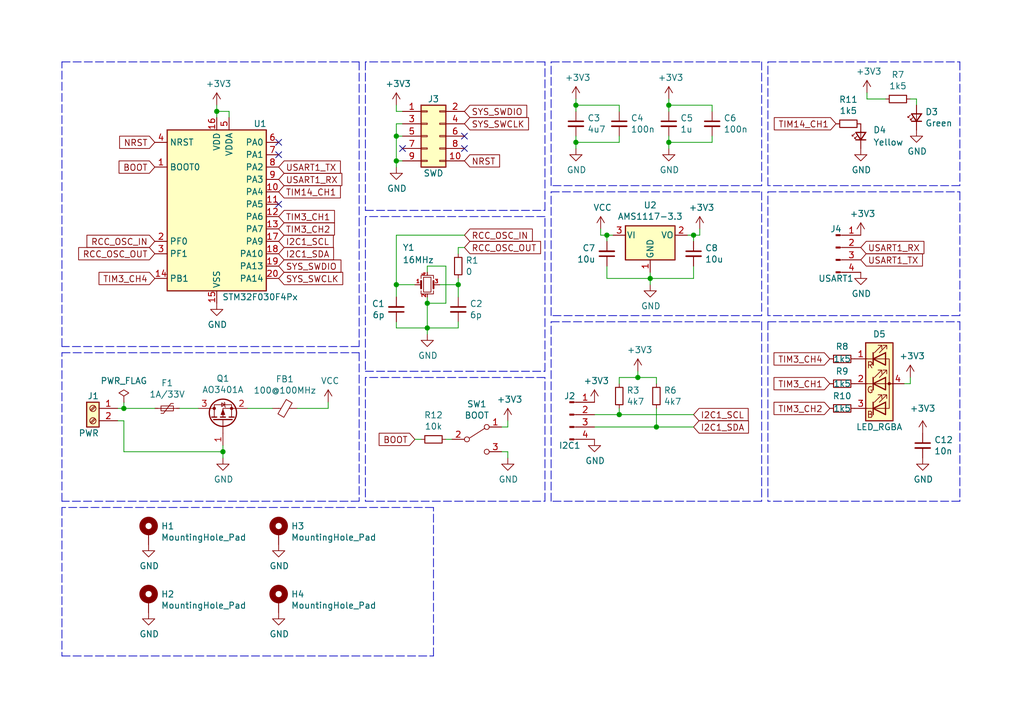
<source format=kicad_sch>
(kicad_sch (version 20210621) (generator eeschema)

  (uuid 29195ea4-8218-44a1-b4bf-466bee0082e4)

  (paper "A5")

  (title_block
    (title "Europa")
    (date "2021-05-29")
    (rev "A")
    (comment 1 "Author : NyetPolitsiya")
  )

  (lib_symbols
    (symbol "Connector:Conn_01x04_Male" (pin_names (offset 1.016) hide) (in_bom yes) (on_board yes)
      (property "Reference" "J" (id 0) (at 0 5.08 0)
        (effects (font (size 1.27 1.27)))
      )
      (property "Value" "Conn_01x04_Male" (id 1) (at 0 -7.62 0)
        (effects (font (size 1.27 1.27)))
      )
      (property "Footprint" "" (id 2) (at 0 0 0)
        (effects (font (size 1.27 1.27)) hide)
      )
      (property "Datasheet" "~" (id 3) (at 0 0 0)
        (effects (font (size 1.27 1.27)) hide)
      )
      (property "ki_keywords" "connector" (id 4) (at 0 0 0)
        (effects (font (size 1.27 1.27)) hide)
      )
      (property "ki_description" "Generic connector, single row, 01x04, script generated (kicad-library-utils/schlib/autogen/connector/)" (id 5) (at 0 0 0)
        (effects (font (size 1.27 1.27)) hide)
      )
      (property "ki_fp_filters" "Connector*:*_1x??_*" (id 6) (at 0 0 0)
        (effects (font (size 1.27 1.27)) hide)
      )
      (symbol "Conn_01x04_Male_1_1"
        (polyline
          (pts
            (xy 1.27 -5.08)
            (xy 0.8636 -5.08)
          )
          (stroke (width 0.1524) (type default) (color 0 0 0 0))
          (fill (type none))
        )
        (polyline
          (pts
            (xy 1.27 -2.54)
            (xy 0.8636 -2.54)
          )
          (stroke (width 0.1524) (type default) (color 0 0 0 0))
          (fill (type none))
        )
        (polyline
          (pts
            (xy 1.27 0)
            (xy 0.8636 0)
          )
          (stroke (width 0.1524) (type default) (color 0 0 0 0))
          (fill (type none))
        )
        (polyline
          (pts
            (xy 1.27 2.54)
            (xy 0.8636 2.54)
          )
          (stroke (width 0.1524) (type default) (color 0 0 0 0))
          (fill (type none))
        )
        (rectangle (start 0.8636 -4.953) (end 0 -5.207)
          (stroke (width 0.1524) (type default) (color 0 0 0 0))
          (fill (type outline))
        )
        (rectangle (start 0.8636 -2.413) (end 0 -2.667)
          (stroke (width 0.1524) (type default) (color 0 0 0 0))
          (fill (type outline))
        )
        (rectangle (start 0.8636 0.127) (end 0 -0.127)
          (stroke (width 0.1524) (type default) (color 0 0 0 0))
          (fill (type outline))
        )
        (rectangle (start 0.8636 2.667) (end 0 2.413)
          (stroke (width 0.1524) (type default) (color 0 0 0 0))
          (fill (type outline))
        )
        (pin passive line (at 5.08 2.54 180) (length 3.81)
          (name "Pin_1" (effects (font (size 1.27 1.27))))
          (number "1" (effects (font (size 1.27 1.27))))
        )
        (pin passive line (at 5.08 0 180) (length 3.81)
          (name "Pin_2" (effects (font (size 1.27 1.27))))
          (number "2" (effects (font (size 1.27 1.27))))
        )
        (pin passive line (at 5.08 -2.54 180) (length 3.81)
          (name "Pin_3" (effects (font (size 1.27 1.27))))
          (number "3" (effects (font (size 1.27 1.27))))
        )
        (pin passive line (at 5.08 -5.08 180) (length 3.81)
          (name "Pin_4" (effects (font (size 1.27 1.27))))
          (number "4" (effects (font (size 1.27 1.27))))
        )
      )
    )
    (symbol "Connector:Screw_Terminal_01x02" (pin_names (offset 1.016) hide) (in_bom yes) (on_board yes)
      (property "Reference" "J" (id 0) (at 0 2.54 0)
        (effects (font (size 1.27 1.27)))
      )
      (property "Value" "Screw_Terminal_01x02" (id 1) (at 0 -5.08 0)
        (effects (font (size 1.27 1.27)))
      )
      (property "Footprint" "" (id 2) (at 0 0 0)
        (effects (font (size 1.27 1.27)) hide)
      )
      (property "Datasheet" "~" (id 3) (at 0 0 0)
        (effects (font (size 1.27 1.27)) hide)
      )
      (property "ki_keywords" "screw terminal" (id 4) (at 0 0 0)
        (effects (font (size 1.27 1.27)) hide)
      )
      (property "ki_description" "Generic screw terminal, single row, 01x02, script generated (kicad-library-utils/schlib/autogen/connector/)" (id 5) (at 0 0 0)
        (effects (font (size 1.27 1.27)) hide)
      )
      (property "ki_fp_filters" "TerminalBlock*:*" (id 6) (at 0 0 0)
        (effects (font (size 1.27 1.27)) hide)
      )
      (symbol "Screw_Terminal_01x02_1_1"
        (rectangle (start -1.27 1.27) (end 1.27 -3.81)
          (stroke (width 0.254) (type default) (color 0 0 0 0))
          (fill (type background))
        )
        (circle (center 0 -2.54) (radius 0.635)
          (stroke (width 0.1524) (type default) (color 0 0 0 0))
          (fill (type none))
        )
        (polyline
          (pts
            (xy -0.5334 -2.2098)
            (xy 0.3302 -3.048)
          )
          (stroke (width 0.1524) (type default) (color 0 0 0 0))
          (fill (type none))
        )
        (polyline
          (pts
            (xy -0.5334 0.3302)
            (xy 0.3302 -0.508)
          )
          (stroke (width 0.1524) (type default) (color 0 0 0 0))
          (fill (type none))
        )
        (polyline
          (pts
            (xy -0.3556 -2.032)
            (xy 0.508 -2.8702)
          )
          (stroke (width 0.1524) (type default) (color 0 0 0 0))
          (fill (type none))
        )
        (polyline
          (pts
            (xy -0.3556 0.508)
            (xy 0.508 -0.3302)
          )
          (stroke (width 0.1524) (type default) (color 0 0 0 0))
          (fill (type none))
        )
        (circle (center 0 0) (radius 0.635)
          (stroke (width 0.1524) (type default) (color 0 0 0 0))
          (fill (type none))
        )
        (pin passive line (at -5.08 0 0) (length 3.81)
          (name "Pin_1" (effects (font (size 1.27 1.27))))
          (number "1" (effects (font (size 1.27 1.27))))
        )
        (pin passive line (at -5.08 -2.54 0) (length 3.81)
          (name "Pin_2" (effects (font (size 1.27 1.27))))
          (number "2" (effects (font (size 1.27 1.27))))
        )
      )
    )
    (symbol "Connector_Generic:Conn_02x05_Odd_Even" (pin_names (offset 1.016) hide) (in_bom yes) (on_board yes)
      (property "Reference" "J" (id 0) (at 1.27 7.62 0)
        (effects (font (size 1.27 1.27)))
      )
      (property "Value" "Conn_02x05_Odd_Even" (id 1) (at 1.27 -7.62 0)
        (effects (font (size 1.27 1.27)))
      )
      (property "Footprint" "" (id 2) (at 0 0 0)
        (effects (font (size 1.27 1.27)) hide)
      )
      (property "Datasheet" "~" (id 3) (at 0 0 0)
        (effects (font (size 1.27 1.27)) hide)
      )
      (property "ki_keywords" "connector" (id 4) (at 0 0 0)
        (effects (font (size 1.27 1.27)) hide)
      )
      (property "ki_description" "Generic connector, double row, 02x05, odd/even pin numbering scheme (row 1 odd numbers, row 2 even numbers), script generated (kicad-library-utils/schlib/autogen/connector/)" (id 5) (at 0 0 0)
        (effects (font (size 1.27 1.27)) hide)
      )
      (property "ki_fp_filters" "Connector*:*_2x??_*" (id 6) (at 0 0 0)
        (effects (font (size 1.27 1.27)) hide)
      )
      (symbol "Conn_02x05_Odd_Even_1_1"
        (rectangle (start -1.27 -4.953) (end 0 -5.207)
          (stroke (width 0.1524) (type default) (color 0 0 0 0))
          (fill (type none))
        )
        (rectangle (start -1.27 -2.413) (end 0 -2.667)
          (stroke (width 0.1524) (type default) (color 0 0 0 0))
          (fill (type none))
        )
        (rectangle (start -1.27 0.127) (end 0 -0.127)
          (stroke (width 0.1524) (type default) (color 0 0 0 0))
          (fill (type none))
        )
        (rectangle (start -1.27 2.667) (end 0 2.413)
          (stroke (width 0.1524) (type default) (color 0 0 0 0))
          (fill (type none))
        )
        (rectangle (start -1.27 5.207) (end 0 4.953)
          (stroke (width 0.1524) (type default) (color 0 0 0 0))
          (fill (type none))
        )
        (rectangle (start -1.27 6.35) (end 3.81 -6.35)
          (stroke (width 0.254) (type default) (color 0 0 0 0))
          (fill (type background))
        )
        (rectangle (start 3.81 -4.953) (end 2.54 -5.207)
          (stroke (width 0.1524) (type default) (color 0 0 0 0))
          (fill (type none))
        )
        (rectangle (start 3.81 -2.413) (end 2.54 -2.667)
          (stroke (width 0.1524) (type default) (color 0 0 0 0))
          (fill (type none))
        )
        (rectangle (start 3.81 0.127) (end 2.54 -0.127)
          (stroke (width 0.1524) (type default) (color 0 0 0 0))
          (fill (type none))
        )
        (rectangle (start 3.81 2.667) (end 2.54 2.413)
          (stroke (width 0.1524) (type default) (color 0 0 0 0))
          (fill (type none))
        )
        (rectangle (start 3.81 5.207) (end 2.54 4.953)
          (stroke (width 0.1524) (type default) (color 0 0 0 0))
          (fill (type none))
        )
        (pin passive line (at -5.08 5.08 0) (length 3.81)
          (name "Pin_1" (effects (font (size 1.27 1.27))))
          (number "1" (effects (font (size 1.27 1.27))))
        )
        (pin passive line (at 7.62 -5.08 180) (length 3.81)
          (name "Pin_10" (effects (font (size 1.27 1.27))))
          (number "10" (effects (font (size 1.27 1.27))))
        )
        (pin passive line (at 7.62 5.08 180) (length 3.81)
          (name "Pin_2" (effects (font (size 1.27 1.27))))
          (number "2" (effects (font (size 1.27 1.27))))
        )
        (pin passive line (at -5.08 2.54 0) (length 3.81)
          (name "Pin_3" (effects (font (size 1.27 1.27))))
          (number "3" (effects (font (size 1.27 1.27))))
        )
        (pin passive line (at 7.62 2.54 180) (length 3.81)
          (name "Pin_4" (effects (font (size 1.27 1.27))))
          (number "4" (effects (font (size 1.27 1.27))))
        )
        (pin passive line (at -5.08 0 0) (length 3.81)
          (name "Pin_5" (effects (font (size 1.27 1.27))))
          (number "5" (effects (font (size 1.27 1.27))))
        )
        (pin passive line (at 7.62 0 180) (length 3.81)
          (name "Pin_6" (effects (font (size 1.27 1.27))))
          (number "6" (effects (font (size 1.27 1.27))))
        )
        (pin passive line (at -5.08 -2.54 0) (length 3.81)
          (name "Pin_7" (effects (font (size 1.27 1.27))))
          (number "7" (effects (font (size 1.27 1.27))))
        )
        (pin passive line (at 7.62 -2.54 180) (length 3.81)
          (name "Pin_8" (effects (font (size 1.27 1.27))))
          (number "8" (effects (font (size 1.27 1.27))))
        )
        (pin passive line (at -5.08 -5.08 0) (length 3.81)
          (name "Pin_9" (effects (font (size 1.27 1.27))))
          (number "9" (effects (font (size 1.27 1.27))))
        )
      )
    )
    (symbol "Device:C_Small" (pin_numbers hide) (pin_names (offset 0.254) hide) (in_bom yes) (on_board yes)
      (property "Reference" "C" (id 0) (at 0.254 1.778 0)
        (effects (font (size 1.27 1.27)) (justify left))
      )
      (property "Value" "C_Small" (id 1) (at 0.254 -2.032 0)
        (effects (font (size 1.27 1.27)) (justify left))
      )
      (property "Footprint" "" (id 2) (at 0 0 0)
        (effects (font (size 1.27 1.27)) hide)
      )
      (property "Datasheet" "~" (id 3) (at 0 0 0)
        (effects (font (size 1.27 1.27)) hide)
      )
      (property "ki_keywords" "capacitor cap" (id 4) (at 0 0 0)
        (effects (font (size 1.27 1.27)) hide)
      )
      (property "ki_description" "Unpolarized capacitor, small symbol" (id 5) (at 0 0 0)
        (effects (font (size 1.27 1.27)) hide)
      )
      (property "ki_fp_filters" "C_*" (id 6) (at 0 0 0)
        (effects (font (size 1.27 1.27)) hide)
      )
      (symbol "C_Small_0_1"
        (polyline
          (pts
            (xy -1.524 -0.508)
            (xy 1.524 -0.508)
          )
          (stroke (width 0.3302) (type default) (color 0 0 0 0))
          (fill (type none))
        )
        (polyline
          (pts
            (xy -1.524 0.508)
            (xy 1.524 0.508)
          )
          (stroke (width 0.3048) (type default) (color 0 0 0 0))
          (fill (type none))
        )
      )
      (symbol "C_Small_1_1"
        (pin passive line (at 0 2.54 270) (length 2.032)
          (name "~" (effects (font (size 1.27 1.27))))
          (number "1" (effects (font (size 1.27 1.27))))
        )
        (pin passive line (at 0 -2.54 90) (length 2.032)
          (name "~" (effects (font (size 1.27 1.27))))
          (number "2" (effects (font (size 1.27 1.27))))
        )
      )
    )
    (symbol "Device:Crystal_GND24_Small" (pin_names (offset 1.016) hide) (in_bom yes) (on_board yes)
      (property "Reference" "Y" (id 0) (at 1.27 4.445 0)
        (effects (font (size 1.27 1.27)) (justify left))
      )
      (property "Value" "Crystal_GND24_Small" (id 1) (at 1.27 2.54 0)
        (effects (font (size 1.27 1.27)) (justify left))
      )
      (property "Footprint" "" (id 2) (at 0 0 0)
        (effects (font (size 1.27 1.27)) hide)
      )
      (property "Datasheet" "~" (id 3) (at 0 0 0)
        (effects (font (size 1.27 1.27)) hide)
      )
      (property "ki_keywords" "quartz ceramic resonator oscillator" (id 4) (at 0 0 0)
        (effects (font (size 1.27 1.27)) hide)
      )
      (property "ki_description" "Four pin crystal, GND on pins 2 and 4, small symbol" (id 5) (at 0 0 0)
        (effects (font (size 1.27 1.27)) hide)
      )
      (property "ki_fp_filters" "Crystal*" (id 6) (at 0 0 0)
        (effects (font (size 1.27 1.27)) hide)
      )
      (symbol "Crystal_GND24_Small_0_1"
        (rectangle (start -0.762 -1.524) (end 0.762 1.524)
          (stroke (width 0) (type default) (color 0 0 0 0))
          (fill (type none))
        )
        (polyline
          (pts
            (xy -1.27 -0.762)
            (xy -1.27 0.762)
          )
          (stroke (width 0.381) (type default) (color 0 0 0 0))
          (fill (type none))
        )
        (polyline
          (pts
            (xy 1.27 -0.762)
            (xy 1.27 0.762)
          )
          (stroke (width 0.381) (type default) (color 0 0 0 0))
          (fill (type none))
        )
        (polyline
          (pts
            (xy -1.27 -1.27)
            (xy -1.27 -1.905)
            (xy 1.27 -1.905)
            (xy 1.27 -1.27)
          )
          (stroke (width 0) (type default) (color 0 0 0 0))
          (fill (type none))
        )
        (polyline
          (pts
            (xy -1.27 1.27)
            (xy -1.27 1.905)
            (xy 1.27 1.905)
            (xy 1.27 1.27)
          )
          (stroke (width 0) (type default) (color 0 0 0 0))
          (fill (type none))
        )
      )
      (symbol "Crystal_GND24_Small_1_1"
        (pin passive line (at -2.54 0 0) (length 1.27)
          (name "1" (effects (font (size 1.27 1.27))))
          (number "1" (effects (font (size 0.762 0.762))))
        )
        (pin passive line (at 0 -2.54 90) (length 0.635)
          (name "2" (effects (font (size 1.27 1.27))))
          (number "2" (effects (font (size 0.762 0.762))))
        )
        (pin passive line (at 2.54 0 180) (length 1.27)
          (name "3" (effects (font (size 1.27 1.27))))
          (number "3" (effects (font (size 0.762 0.762))))
        )
        (pin passive line (at 0 2.54 270) (length 0.635)
          (name "4" (effects (font (size 1.27 1.27))))
          (number "4" (effects (font (size 0.762 0.762))))
        )
      )
    )
    (symbol "Device:Ferrite_Bead_Small" (pin_numbers hide) (pin_names (offset 0)) (in_bom yes) (on_board yes)
      (property "Reference" "FB" (id 0) (at 1.905 1.27 0)
        (effects (font (size 1.27 1.27)) (justify left))
      )
      (property "Value" "Device_Ferrite_Bead_Small" (id 1) (at 1.905 -1.27 0)
        (effects (font (size 1.27 1.27)) (justify left))
      )
      (property "Footprint" "" (id 2) (at -1.778 0 90)
        (effects (font (size 1.27 1.27)) hide)
      )
      (property "Datasheet" "" (id 3) (at 0 0 0)
        (effects (font (size 1.27 1.27)) hide)
      )
      (property "ki_fp_filters" "Inductor_* L_* *Ferrite*" (id 4) (at 0 0 0)
        (effects (font (size 1.27 1.27)) hide)
      )
      (symbol "Ferrite_Bead_Small_0_1"
        (polyline
          (pts
            (xy 0 -1.27)
            (xy 0 -0.7874)
          )
          (stroke (width 0) (type default) (color 0 0 0 0))
          (fill (type none))
        )
        (polyline
          (pts
            (xy 0 0.889)
            (xy 0 1.2954)
          )
          (stroke (width 0) (type default) (color 0 0 0 0))
          (fill (type none))
        )
        (polyline
          (pts
            (xy -1.8288 0.2794)
            (xy -1.1176 1.4986)
            (xy 1.8288 -0.2032)
            (xy 1.1176 -1.4224)
            (xy -1.8288 0.2794)
          )
          (stroke (width 0) (type default) (color 0 0 0 0))
          (fill (type none))
        )
      )
      (symbol "Ferrite_Bead_Small_1_1"
        (pin passive line (at 0 2.54 270) (length 1.27)
          (name "~" (effects (font (size 1.27 1.27))))
          (number "1" (effects (font (size 1.27 1.27))))
        )
        (pin passive line (at 0 -2.54 90) (length 1.27)
          (name "~" (effects (font (size 1.27 1.27))))
          (number "2" (effects (font (size 1.27 1.27))))
        )
      )
    )
    (symbol "Device:LED_RGBA" (pin_names (offset 0) hide) (in_bom yes) (on_board yes)
      (property "Reference" "D" (id 0) (at 0 9.398 0)
        (effects (font (size 1.27 1.27)))
      )
      (property "Value" "LED_RGBA" (id 1) (at 0 -8.89 0)
        (effects (font (size 1.27 1.27)))
      )
      (property "Footprint" "" (id 2) (at 0 -1.27 0)
        (effects (font (size 1.27 1.27)) hide)
      )
      (property "Datasheet" "~" (id 3) (at 0 -1.27 0)
        (effects (font (size 1.27 1.27)) hide)
      )
      (property "ki_keywords" "LED RGB diode" (id 4) (at 0 0 0)
        (effects (font (size 1.27 1.27)) hide)
      )
      (property "ki_description" "RGB LED, red/green/blue/anode" (id 5) (at 0 0 0)
        (effects (font (size 1.27 1.27)) hide)
      )
      (property "ki_fp_filters" "LED* LED_SMD:* LED_THT:*" (id 6) (at 0 0 0)
        (effects (font (size 1.27 1.27)) hide)
      )
      (symbol "LED_RGBA_0_0"
        (text "B" (at -1.905 -6.35 0)
          (effects (font (size 1.27 1.27)))
        )
        (text "G" (at -1.905 -1.27 0)
          (effects (font (size 1.27 1.27)))
        )
        (text "R" (at -1.905 3.81 0)
          (effects (font (size 1.27 1.27)))
        )
      )
      (symbol "LED_RGBA_0_1"
        (polyline
          (pts
            (xy -1.27 -5.08)
            (xy -2.54 -5.08)
          )
          (stroke (width 0) (type default) (color 0 0 0 0))
          (fill (type none))
        )
        (polyline
          (pts
            (xy -1.27 -5.08)
            (xy 1.27 -5.08)
          )
          (stroke (width 0) (type default) (color 0 0 0 0))
          (fill (type none))
        )
        (polyline
          (pts
            (xy -1.27 -3.81)
            (xy -1.27 -6.35)
          )
          (stroke (width 0.254) (type default) (color 0 0 0 0))
          (fill (type none))
        )
        (polyline
          (pts
            (xy -1.27 0)
            (xy -2.54 0)
          )
          (stroke (width 0) (type default) (color 0 0 0 0))
          (fill (type none))
        )
        (polyline
          (pts
            (xy -1.27 1.27)
            (xy -1.27 -1.27)
          )
          (stroke (width 0.254) (type default) (color 0 0 0 0))
          (fill (type none))
        )
        (polyline
          (pts
            (xy -1.27 5.08)
            (xy -2.54 5.08)
          )
          (stroke (width 0) (type default) (color 0 0 0 0))
          (fill (type none))
        )
        (polyline
          (pts
            (xy -1.27 5.08)
            (xy 1.27 5.08)
          )
          (stroke (width 0) (type default) (color 0 0 0 0))
          (fill (type none))
        )
        (polyline
          (pts
            (xy -1.27 6.35)
            (xy -1.27 3.81)
          )
          (stroke (width 0.254) (type default) (color 0 0 0 0))
          (fill (type none))
        )
        (polyline
          (pts
            (xy 1.27 0)
            (xy -1.27 0)
          )
          (stroke (width 0) (type default) (color 0 0 0 0))
          (fill (type none))
        )
        (polyline
          (pts
            (xy 1.27 0)
            (xy 2.54 0)
          )
          (stroke (width 0) (type default) (color 0 0 0 0))
          (fill (type none))
        )
        (polyline
          (pts
            (xy -1.27 1.27)
            (xy -1.27 -1.27)
            (xy -1.27 -1.27)
          )
          (stroke (width 0) (type default) (color 0 0 0 0))
          (fill (type none))
        )
        (polyline
          (pts
            (xy -1.27 6.35)
            (xy -1.27 3.81)
            (xy -1.27 3.81)
          )
          (stroke (width 0) (type default) (color 0 0 0 0))
          (fill (type none))
        )
        (polyline
          (pts
            (xy 1.27 -5.08)
            (xy 2.032 -5.08)
            (xy 2.032 5.08)
            (xy 1.27 5.08)
          )
          (stroke (width 0) (type default) (color 0 0 0 0))
          (fill (type none))
        )
        (polyline
          (pts
            (xy 1.27 -3.81)
            (xy 1.27 -6.35)
            (xy -1.27 -5.08)
            (xy 1.27 -3.81)
          )
          (stroke (width 0.254) (type default) (color 0 0 0 0))
          (fill (type none))
        )
        (polyline
          (pts
            (xy 1.27 1.27)
            (xy 1.27 -1.27)
            (xy -1.27 0)
            (xy 1.27 1.27)
          )
          (stroke (width 0.254) (type default) (color 0 0 0 0))
          (fill (type none))
        )
        (polyline
          (pts
            (xy 1.27 6.35)
            (xy 1.27 3.81)
            (xy -1.27 5.08)
            (xy 1.27 6.35)
          )
          (stroke (width 0.254) (type default) (color 0 0 0 0))
          (fill (type none))
        )
        (polyline
          (pts
            (xy -1.016 -3.81)
            (xy 0.508 -2.286)
            (xy -0.254 -2.286)
            (xy 0.508 -2.286)
            (xy 0.508 -3.048)
          )
          (stroke (width 0) (type default) (color 0 0 0 0))
          (fill (type none))
        )
        (polyline
          (pts
            (xy -1.016 1.27)
            (xy 0.508 2.794)
            (xy -0.254 2.794)
            (xy 0.508 2.794)
            (xy 0.508 2.032)
          )
          (stroke (width 0) (type default) (color 0 0 0 0))
          (fill (type none))
        )
        (polyline
          (pts
            (xy -1.016 6.35)
            (xy 0.508 7.874)
            (xy -0.254 7.874)
            (xy 0.508 7.874)
            (xy 0.508 7.112)
          )
          (stroke (width 0) (type default) (color 0 0 0 0))
          (fill (type none))
        )
        (polyline
          (pts
            (xy 0 -3.81)
            (xy 1.524 -2.286)
            (xy 0.762 -2.286)
            (xy 1.524 -2.286)
            (xy 1.524 -3.048)
          )
          (stroke (width 0) (type default) (color 0 0 0 0))
          (fill (type none))
        )
        (polyline
          (pts
            (xy 0 1.27)
            (xy 1.524 2.794)
            (xy 0.762 2.794)
            (xy 1.524 2.794)
            (xy 1.524 2.032)
          )
          (stroke (width 0) (type default) (color 0 0 0 0))
          (fill (type none))
        )
        (polyline
          (pts
            (xy 0 6.35)
            (xy 1.524 7.874)
            (xy 0.762 7.874)
            (xy 1.524 7.874)
            (xy 1.524 7.112)
          )
          (stroke (width 0) (type default) (color 0 0 0 0))
          (fill (type none))
        )
        (rectangle (start 1.27 -1.27) (end 1.27 1.27)
          (stroke (width 0) (type default) (color 0 0 0 0))
          (fill (type none))
        )
        (rectangle (start 1.27 1.27) (end 1.27 1.27)
          (stroke (width 0) (type default) (color 0 0 0 0))
          (fill (type none))
        )
        (rectangle (start 1.27 3.81) (end 1.27 6.35)
          (stroke (width 0) (type default) (color 0 0 0 0))
          (fill (type none))
        )
        (rectangle (start 1.27 6.35) (end 1.27 6.35)
          (stroke (width 0) (type default) (color 0 0 0 0))
          (fill (type none))
        )
        (circle (center 2.032 0) (radius 0.254)
          (stroke (width 0) (type default) (color 0 0 0 0))
          (fill (type outline))
        )
        (rectangle (start 2.794 8.382) (end -2.794 -7.62)
          (stroke (width 0.254) (type default) (color 0 0 0 0))
          (fill (type background))
        )
      )
      (symbol "LED_RGBA_1_1"
        (pin passive line (at -5.08 5.08 0) (length 2.54)
          (name "RK" (effects (font (size 1.27 1.27))))
          (number "1" (effects (font (size 1.27 1.27))))
        )
        (pin passive line (at -5.08 0 0) (length 2.54)
          (name "GK" (effects (font (size 1.27 1.27))))
          (number "2" (effects (font (size 1.27 1.27))))
        )
        (pin passive line (at -5.08 -5.08 0) (length 2.54)
          (name "BK" (effects (font (size 1.27 1.27))))
          (number "3" (effects (font (size 1.27 1.27))))
        )
        (pin passive line (at 5.08 0 180) (length 2.54)
          (name "A" (effects (font (size 1.27 1.27))))
          (number "4" (effects (font (size 1.27 1.27))))
        )
      )
    )
    (symbol "Device:LED_Small" (pin_numbers hide) (pin_names (offset 0.254) hide) (in_bom yes) (on_board yes)
      (property "Reference" "D" (id 0) (at -1.27 3.175 0)
        (effects (font (size 1.27 1.27)) (justify left))
      )
      (property "Value" "LED_Small" (id 1) (at -4.445 -2.54 0)
        (effects (font (size 1.27 1.27)) (justify left))
      )
      (property "Footprint" "" (id 2) (at 0 0 90)
        (effects (font (size 1.27 1.27)) hide)
      )
      (property "Datasheet" "~" (id 3) (at 0 0 90)
        (effects (font (size 1.27 1.27)) hide)
      )
      (property "ki_keywords" "LED diode light-emitting-diode" (id 4) (at 0 0 0)
        (effects (font (size 1.27 1.27)) hide)
      )
      (property "ki_description" "Light emitting diode, small symbol" (id 5) (at 0 0 0)
        (effects (font (size 1.27 1.27)) hide)
      )
      (property "ki_fp_filters" "LED* LED_SMD:* LED_THT:*" (id 6) (at 0 0 0)
        (effects (font (size 1.27 1.27)) hide)
      )
      (symbol "LED_Small_0_1"
        (polyline
          (pts
            (xy -0.762 -1.016)
            (xy -0.762 1.016)
          )
          (stroke (width 0.254) (type default) (color 0 0 0 0))
          (fill (type none))
        )
        (polyline
          (pts
            (xy 1.016 0)
            (xy -0.762 0)
          )
          (stroke (width 0) (type default) (color 0 0 0 0))
          (fill (type none))
        )
        (polyline
          (pts
            (xy 0.762 -1.016)
            (xy -0.762 0)
            (xy 0.762 1.016)
            (xy 0.762 -1.016)
          )
          (stroke (width 0.254) (type default) (color 0 0 0 0))
          (fill (type none))
        )
        (polyline
          (pts
            (xy 0 0.762)
            (xy -0.508 1.27)
            (xy -0.254 1.27)
            (xy -0.508 1.27)
            (xy -0.508 1.016)
          )
          (stroke (width 0) (type default) (color 0 0 0 0))
          (fill (type none))
        )
        (polyline
          (pts
            (xy 0.508 1.27)
            (xy 0 1.778)
            (xy 0.254 1.778)
            (xy 0 1.778)
            (xy 0 1.524)
          )
          (stroke (width 0) (type default) (color 0 0 0 0))
          (fill (type none))
        )
      )
      (symbol "LED_Small_1_1"
        (pin passive line (at -2.54 0 0) (length 1.778)
          (name "K" (effects (font (size 1.27 1.27))))
          (number "1" (effects (font (size 1.27 1.27))))
        )
        (pin passive line (at 2.54 0 180) (length 1.778)
          (name "A" (effects (font (size 1.27 1.27))))
          (number "2" (effects (font (size 1.27 1.27))))
        )
      )
    )
    (symbol "Device:Polyfuse_Small" (pin_numbers hide) (pin_names (offset 0)) (in_bom yes) (on_board yes)
      (property "Reference" "F" (id 0) (at -1.905 0 90)
        (effects (font (size 1.27 1.27)))
      )
      (property "Value" "Polyfuse_Small" (id 1) (at 1.905 0 90)
        (effects (font (size 1.27 1.27)))
      )
      (property "Footprint" "" (id 2) (at 1.27 -5.08 0)
        (effects (font (size 1.27 1.27)) (justify left) hide)
      )
      (property "Datasheet" "~" (id 3) (at 0 0 0)
        (effects (font (size 1.27 1.27)) hide)
      )
      (property "ki_keywords" "resettable fuse PTC PPTC polyfuse polyswitch" (id 4) (at 0 0 0)
        (effects (font (size 1.27 1.27)) hide)
      )
      (property "ki_description" "Resettable fuse, polymeric positive temperature coefficient, small symbol" (id 5) (at 0 0 0)
        (effects (font (size 1.27 1.27)) hide)
      )
      (property "ki_fp_filters" "*polyfuse* *PTC*" (id 6) (at 0 0 0)
        (effects (font (size 1.27 1.27)) hide)
      )
      (symbol "Polyfuse_Small_0_1"
        (rectangle (start -0.508 1.27) (end 0.508 -1.27)
          (stroke (width 0) (type default) (color 0 0 0 0))
          (fill (type none))
        )
        (polyline
          (pts
            (xy 0 2.54)
            (xy 0 -2.54)
          )
          (stroke (width 0) (type default) (color 0 0 0 0))
          (fill (type none))
        )
        (polyline
          (pts
            (xy -1.016 1.27)
            (xy -1.016 0.762)
            (xy 1.016 -0.762)
            (xy 1.016 -1.27)
          )
          (stroke (width 0) (type default) (color 0 0 0 0))
          (fill (type none))
        )
      )
      (symbol "Polyfuse_Small_1_1"
        (pin passive line (at 0 2.54 270) (length 0.635)
          (name "~" (effects (font (size 1.27 1.27))))
          (number "1" (effects (font (size 1.27 1.27))))
        )
        (pin passive line (at 0 -2.54 90) (length 0.635)
          (name "~" (effects (font (size 1.27 1.27))))
          (number "2" (effects (font (size 1.27 1.27))))
        )
      )
    )
    (symbol "Device:R_Small" (pin_numbers hide) (pin_names (offset 0.254) hide) (in_bom yes) (on_board yes)
      (property "Reference" "R" (id 0) (at 0.762 0.508 0)
        (effects (font (size 1.27 1.27)) (justify left))
      )
      (property "Value" "R_Small" (id 1) (at 0.762 -1.016 0)
        (effects (font (size 1.27 1.27)) (justify left))
      )
      (property "Footprint" "" (id 2) (at 0 0 0)
        (effects (font (size 1.27 1.27)) hide)
      )
      (property "Datasheet" "~" (id 3) (at 0 0 0)
        (effects (font (size 1.27 1.27)) hide)
      )
      (property "ki_keywords" "R resistor" (id 4) (at 0 0 0)
        (effects (font (size 1.27 1.27)) hide)
      )
      (property "ki_description" "Resistor, small symbol" (id 5) (at 0 0 0)
        (effects (font (size 1.27 1.27)) hide)
      )
      (property "ki_fp_filters" "R_*" (id 6) (at 0 0 0)
        (effects (font (size 1.27 1.27)) hide)
      )
      (symbol "R_Small_0_1"
        (rectangle (start -0.762 1.778) (end 0.762 -1.778)
          (stroke (width 0.2032) (type default) (color 0 0 0 0))
          (fill (type none))
        )
      )
      (symbol "R_Small_1_1"
        (pin passive line (at 0 2.54 270) (length 0.762)
          (name "~" (effects (font (size 1.27 1.27))))
          (number "1" (effects (font (size 1.27 1.27))))
        )
        (pin passive line (at 0 -2.54 90) (length 0.762)
          (name "~" (effects (font (size 1.27 1.27))))
          (number "2" (effects (font (size 1.27 1.27))))
        )
      )
    )
    (symbol "MCU_ST_STM32F0:STM32F030F4Px" (in_bom yes) (on_board yes)
      (property "Reference" "U" (id 0) (at -10.16 16.51 0)
        (effects (font (size 1.27 1.27)) (justify left))
      )
      (property "Value" "STM32F030F4Px" (id 1) (at 5.08 16.51 0)
        (effects (font (size 1.27 1.27)) (justify left))
      )
      (property "Footprint" "Package_SO:TSSOP-20_4.4x6.5mm_P0.65mm" (id 2) (at -10.16 -17.78 0)
        (effects (font (size 1.27 1.27)) (justify right) hide)
      )
      (property "Datasheet" "http://www.st.com/st-web-ui/static/active/en/resource/technical/document/datasheet/DM00088500.pdf" (id 3) (at 0 0 0)
        (effects (font (size 1.27 1.27)) hide)
      )
      (property "ki_keywords" "ARM Cortex-M0 STM32F0 STM32F0x0 Value Line" (id 4) (at 0 0 0)
        (effects (font (size 1.27 1.27)) hide)
      )
      (property "ki_description" "ARM Cortex-M0 MCU, 16KB flash, 4KB RAM, 48MHz, 2.4-3.6V, 15 GPIO, TSSOP-20" (id 5) (at 0 0 0)
        (effects (font (size 1.27 1.27)) hide)
      )
      (property "ki_fp_filters" "TSSOP*4.4x6.5mm*P0.65mm*" (id 6) (at 0 0 0)
        (effects (font (size 1.27 1.27)) hide)
      )
      (symbol "STM32F030F4Px_0_1"
        (rectangle (start -10.16 -17.78) (end 10.16 15.24)
          (stroke (width 0.254) (type default) (color 0 0 0 0))
          (fill (type background))
        )
      )
      (symbol "STM32F030F4Px_1_1"
        (pin input line (at -12.7 7.62 0) (length 2.54)
          (name "BOOT0" (effects (font (size 1.27 1.27))))
          (number "1" (effects (font (size 1.27 1.27))))
        )
        (pin bidirectional line (at 12.7 2.54 180) (length 2.54)
          (name "PA4" (effects (font (size 1.27 1.27))))
          (number "10" (effects (font (size 1.27 1.27))))
        )
        (pin bidirectional line (at 12.7 0 180) (length 2.54)
          (name "PA5" (effects (font (size 1.27 1.27))))
          (number "11" (effects (font (size 1.27 1.27))))
        )
        (pin bidirectional line (at 12.7 -2.54 180) (length 2.54)
          (name "PA6" (effects (font (size 1.27 1.27))))
          (number "12" (effects (font (size 1.27 1.27))))
        )
        (pin bidirectional line (at 12.7 -5.08 180) (length 2.54)
          (name "PA7" (effects (font (size 1.27 1.27))))
          (number "13" (effects (font (size 1.27 1.27))))
        )
        (pin bidirectional line (at -12.7 -15.24 0) (length 2.54)
          (name "PB1" (effects (font (size 1.27 1.27))))
          (number "14" (effects (font (size 1.27 1.27))))
        )
        (pin power_in line (at 0 -20.32 90) (length 2.54)
          (name "VSS" (effects (font (size 1.27 1.27))))
          (number "15" (effects (font (size 1.27 1.27))))
        )
        (pin power_in line (at 0 17.78 270) (length 2.54)
          (name "VDD" (effects (font (size 1.27 1.27))))
          (number "16" (effects (font (size 1.27 1.27))))
        )
        (pin bidirectional line (at 12.7 -7.62 180) (length 2.54)
          (name "PA9" (effects (font (size 1.27 1.27))))
          (number "17" (effects (font (size 1.27 1.27))))
        )
        (pin bidirectional line (at 12.7 -10.16 180) (length 2.54)
          (name "PA10" (effects (font (size 1.27 1.27))))
          (number "18" (effects (font (size 1.27 1.27))))
        )
        (pin bidirectional line (at 12.7 -12.7 180) (length 2.54)
          (name "PA13" (effects (font (size 1.27 1.27))))
          (number "19" (effects (font (size 1.27 1.27))))
        )
        (pin input line (at -12.7 -7.62 0) (length 2.54)
          (name "PF0" (effects (font (size 1.27 1.27))))
          (number "2" (effects (font (size 1.27 1.27))))
        )
        (pin bidirectional line (at 12.7 -15.24 180) (length 2.54)
          (name "PA14" (effects (font (size 1.27 1.27))))
          (number "20" (effects (font (size 1.27 1.27))))
        )
        (pin input line (at -12.7 -10.16 0) (length 2.54)
          (name "PF1" (effects (font (size 1.27 1.27))))
          (number "3" (effects (font (size 1.27 1.27))))
        )
        (pin input line (at -12.7 12.7 0) (length 2.54)
          (name "NRST" (effects (font (size 1.27 1.27))))
          (number "4" (effects (font (size 1.27 1.27))))
        )
        (pin power_in line (at 2.54 17.78 270) (length 2.54)
          (name "VDDA" (effects (font (size 1.27 1.27))))
          (number "5" (effects (font (size 1.27 1.27))))
        )
        (pin bidirectional line (at 12.7 12.7 180) (length 2.54)
          (name "PA0" (effects (font (size 1.27 1.27))))
          (number "6" (effects (font (size 1.27 1.27))))
        )
        (pin bidirectional line (at 12.7 10.16 180) (length 2.54)
          (name "PA1" (effects (font (size 1.27 1.27))))
          (number "7" (effects (font (size 1.27 1.27))))
        )
        (pin bidirectional line (at 12.7 7.62 180) (length 2.54)
          (name "PA2" (effects (font (size 1.27 1.27))))
          (number "8" (effects (font (size 1.27 1.27))))
        )
        (pin bidirectional line (at 12.7 5.08 180) (length 2.54)
          (name "PA3" (effects (font (size 1.27 1.27))))
          (number "9" (effects (font (size 1.27 1.27))))
        )
      )
    )
    (symbol "Mechanical:MountingHole_Pad" (pin_numbers hide) (pin_names (offset 1.016) hide) (in_bom yes) (on_board yes)
      (property "Reference" "H" (id 0) (at 0 6.35 0)
        (effects (font (size 1.27 1.27)))
      )
      (property "Value" "MountingHole_Pad" (id 1) (at 0 4.445 0)
        (effects (font (size 1.27 1.27)))
      )
      (property "Footprint" "" (id 2) (at 0 0 0)
        (effects (font (size 1.27 1.27)) hide)
      )
      (property "Datasheet" "~" (id 3) (at 0 0 0)
        (effects (font (size 1.27 1.27)) hide)
      )
      (property "ki_keywords" "mounting hole" (id 4) (at 0 0 0)
        (effects (font (size 1.27 1.27)) hide)
      )
      (property "ki_description" "Mounting Hole with connection" (id 5) (at 0 0 0)
        (effects (font (size 1.27 1.27)) hide)
      )
      (property "ki_fp_filters" "MountingHole*Pad*" (id 6) (at 0 0 0)
        (effects (font (size 1.27 1.27)) hide)
      )
      (symbol "MountingHole_Pad_0_1"
        (circle (center 0 1.27) (radius 1.27)
          (stroke (width 1.27) (type default) (color 0 0 0 0))
          (fill (type none))
        )
      )
      (symbol "MountingHole_Pad_1_1"
        (pin input line (at 0 -2.54 90) (length 2.54)
          (name "1" (effects (font (size 1.27 1.27))))
          (number "1" (effects (font (size 1.27 1.27))))
        )
      )
    )
    (symbol "Regulator_Linear:AMS1117-3.3" (pin_names (offset 0.254)) (in_bom yes) (on_board yes)
      (property "Reference" "U" (id 0) (at -3.81 3.175 0)
        (effects (font (size 1.27 1.27)))
      )
      (property "Value" "AMS1117-3.3" (id 1) (at 0 3.175 0)
        (effects (font (size 1.27 1.27)) (justify left))
      )
      (property "Footprint" "Package_TO_SOT_SMD:SOT-223-3_TabPin2" (id 2) (at 0 5.08 0)
        (effects (font (size 1.27 1.27)) hide)
      )
      (property "Datasheet" "http://www.advanced-monolithic.com/pdf/ds1117.pdf" (id 3) (at 2.54 -6.35 0)
        (effects (font (size 1.27 1.27)) hide)
      )
      (property "ki_keywords" "linear regulator ldo fixed positive" (id 4) (at 0 0 0)
        (effects (font (size 1.27 1.27)) hide)
      )
      (property "ki_description" "1A Low Dropout regulator, positive, 3.3V fixed output, SOT-223" (id 5) (at 0 0 0)
        (effects (font (size 1.27 1.27)) hide)
      )
      (property "ki_fp_filters" "SOT?223*TabPin2*" (id 6) (at 0 0 0)
        (effects (font (size 1.27 1.27)) hide)
      )
      (symbol "AMS1117-3.3_0_1"
        (rectangle (start -5.08 -5.08) (end 5.08 1.905)
          (stroke (width 0.254) (type default) (color 0 0 0 0))
          (fill (type background))
        )
      )
      (symbol "AMS1117-3.3_1_1"
        (pin power_in line (at 0 -7.62 90) (length 2.54)
          (name "GND" (effects (font (size 1.27 1.27))))
          (number "1" (effects (font (size 1.27 1.27))))
        )
        (pin power_out line (at 7.62 0 180) (length 2.54)
          (name "VO" (effects (font (size 1.27 1.27))))
          (number "2" (effects (font (size 1.27 1.27))))
        )
        (pin power_in line (at -7.62 0 0) (length 2.54)
          (name "VI" (effects (font (size 1.27 1.27))))
          (number "3" (effects (font (size 1.27 1.27))))
        )
      )
    )
    (symbol "Switch:SW_SPDT" (pin_names (offset 0) hide) (in_bom yes) (on_board yes)
      (property "Reference" "SW" (id 0) (at 0 4.318 0)
        (effects (font (size 1.27 1.27)))
      )
      (property "Value" "SW_SPDT" (id 1) (at 0 -5.08 0)
        (effects (font (size 1.27 1.27)))
      )
      (property "Footprint" "" (id 2) (at 0 0 0)
        (effects (font (size 1.27 1.27)) hide)
      )
      (property "Datasheet" "~" (id 3) (at 0 0 0)
        (effects (font (size 1.27 1.27)) hide)
      )
      (property "ki_keywords" "switch single-pole double-throw spdt ON-ON" (id 4) (at 0 0 0)
        (effects (font (size 1.27 1.27)) hide)
      )
      (property "ki_description" "Switch, single pole double throw" (id 5) (at 0 0 0)
        (effects (font (size 1.27 1.27)) hide)
      )
      (symbol "SW_SPDT_0_0"
        (circle (center -2.032 0) (radius 0.508)
          (stroke (width 0) (type default) (color 0 0 0 0))
          (fill (type none))
        )
        (circle (center 2.032 -2.54) (radius 0.508)
          (stroke (width 0) (type default) (color 0 0 0 0))
          (fill (type none))
        )
      )
      (symbol "SW_SPDT_0_1"
        (polyline
          (pts
            (xy -1.524 0.254)
            (xy 1.651 2.286)
          )
          (stroke (width 0) (type default) (color 0 0 0 0))
          (fill (type none))
        )
        (circle (center 2.032 2.54) (radius 0.508)
          (stroke (width 0) (type default) (color 0 0 0 0))
          (fill (type none))
        )
      )
      (symbol "SW_SPDT_1_1"
        (pin passive line (at 5.08 2.54 180) (length 2.54)
          (name "A" (effects (font (size 1.27 1.27))))
          (number "1" (effects (font (size 1.27 1.27))))
        )
        (pin passive line (at -5.08 0 0) (length 2.54)
          (name "B" (effects (font (size 1.27 1.27))))
          (number "2" (effects (font (size 1.27 1.27))))
        )
        (pin passive line (at 5.08 -2.54 180) (length 2.54)
          (name "C" (effects (font (size 1.27 1.27))))
          (number "3" (effects (font (size 1.27 1.27))))
        )
      )
    )
    (symbol "Transistor_FET:AO3401A" (pin_names hide) (in_bom yes) (on_board yes)
      (property "Reference" "Q" (id 0) (at 5.08 1.905 0)
        (effects (font (size 1.27 1.27)) (justify left))
      )
      (property "Value" "AO3401A" (id 1) (at 5.08 0 0)
        (effects (font (size 1.27 1.27)) (justify left))
      )
      (property "Footprint" "Package_TO_SOT_SMD:SOT-23" (id 2) (at 5.08 -1.905 0)
        (effects (font (size 1.27 1.27) italic) (justify left) hide)
      )
      (property "Datasheet" "http://www.aosmd.com/pdfs/datasheet/AO3401A.pdf" (id 3) (at 0 0 0)
        (effects (font (size 1.27 1.27)) (justify left) hide)
      )
      (property "ki_keywords" "P-Channel MOSFET" (id 4) (at 0 0 0)
        (effects (font (size 1.27 1.27)) hide)
      )
      (property "ki_description" "-4.0A Id, -30V Vds, P-Channel MOSFET, SOT-23" (id 5) (at 0 0 0)
        (effects (font (size 1.27 1.27)) hide)
      )
      (property "ki_fp_filters" "SOT?23*" (id 6) (at 0 0 0)
        (effects (font (size 1.27 1.27)) hide)
      )
      (symbol "AO3401A_0_1"
        (polyline
          (pts
            (xy 0.254 0)
            (xy -2.54 0)
          )
          (stroke (width 0) (type default) (color 0 0 0 0))
          (fill (type none))
        )
        (polyline
          (pts
            (xy 0.254 1.905)
            (xy 0.254 -1.905)
          )
          (stroke (width 0.254) (type default) (color 0 0 0 0))
          (fill (type none))
        )
        (polyline
          (pts
            (xy 0.762 -1.27)
            (xy 0.762 -2.286)
          )
          (stroke (width 0.254) (type default) (color 0 0 0 0))
          (fill (type none))
        )
        (polyline
          (pts
            (xy 0.762 0.508)
            (xy 0.762 -0.508)
          )
          (stroke (width 0.254) (type default) (color 0 0 0 0))
          (fill (type none))
        )
        (polyline
          (pts
            (xy 0.762 2.286)
            (xy 0.762 1.27)
          )
          (stroke (width 0.254) (type default) (color 0 0 0 0))
          (fill (type none))
        )
        (polyline
          (pts
            (xy 2.54 2.54)
            (xy 2.54 1.778)
          )
          (stroke (width 0) (type default) (color 0 0 0 0))
          (fill (type none))
        )
        (polyline
          (pts
            (xy 2.54 -2.54)
            (xy 2.54 0)
            (xy 0.762 0)
          )
          (stroke (width 0) (type default) (color 0 0 0 0))
          (fill (type none))
        )
        (polyline
          (pts
            (xy 0.762 1.778)
            (xy 3.302 1.778)
            (xy 3.302 -1.778)
            (xy 0.762 -1.778)
          )
          (stroke (width 0) (type default) (color 0 0 0 0))
          (fill (type none))
        )
        (polyline
          (pts
            (xy 2.286 0)
            (xy 1.27 0.381)
            (xy 1.27 -0.381)
            (xy 2.286 0)
          )
          (stroke (width 0) (type default) (color 0 0 0 0))
          (fill (type outline))
        )
        (polyline
          (pts
            (xy 2.794 -0.508)
            (xy 2.921 -0.381)
            (xy 3.683 -0.381)
            (xy 3.81 -0.254)
          )
          (stroke (width 0) (type default) (color 0 0 0 0))
          (fill (type none))
        )
        (polyline
          (pts
            (xy 3.302 -0.381)
            (xy 2.921 0.254)
            (xy 3.683 0.254)
            (xy 3.302 -0.381)
          )
          (stroke (width 0) (type default) (color 0 0 0 0))
          (fill (type none))
        )
        (circle (center 1.651 0) (radius 2.794)
          (stroke (width 0.254) (type default) (color 0 0 0 0))
          (fill (type none))
        )
        (circle (center 2.54 -1.778) (radius 0.254)
          (stroke (width 0) (type default) (color 0 0 0 0))
          (fill (type outline))
        )
        (circle (center 2.54 1.778) (radius 0.254)
          (stroke (width 0) (type default) (color 0 0 0 0))
          (fill (type outline))
        )
      )
      (symbol "AO3401A_1_1"
        (pin input line (at -5.08 0 0) (length 2.54)
          (name "G" (effects (font (size 1.27 1.27))))
          (number "1" (effects (font (size 1.27 1.27))))
        )
        (pin passive line (at 2.54 -5.08 90) (length 2.54)
          (name "S" (effects (font (size 1.27 1.27))))
          (number "2" (effects (font (size 1.27 1.27))))
        )
        (pin passive line (at 2.54 5.08 270) (length 2.54)
          (name "D" (effects (font (size 1.27 1.27))))
          (number "3" (effects (font (size 1.27 1.27))))
        )
      )
    )
    (symbol "power:+3.3V" (power) (pin_names (offset 0)) (in_bom yes) (on_board yes)
      (property "Reference" "#PWR" (id 0) (at 0 -3.81 0)
        (effects (font (size 1.27 1.27)) hide)
      )
      (property "Value" "+3.3V" (id 1) (at 0 3.556 0)
        (effects (font (size 1.27 1.27)))
      )
      (property "Footprint" "" (id 2) (at 0 0 0)
        (effects (font (size 1.27 1.27)) hide)
      )
      (property "Datasheet" "" (id 3) (at 0 0 0)
        (effects (font (size 1.27 1.27)) hide)
      )
      (property "ki_keywords" "power-flag" (id 4) (at 0 0 0)
        (effects (font (size 1.27 1.27)) hide)
      )
      (property "ki_description" "Power symbol creates a global label with name \"+3.3V\"" (id 5) (at 0 0 0)
        (effects (font (size 1.27 1.27)) hide)
      )
      (symbol "+3.3V_0_1"
        (polyline
          (pts
            (xy -0.762 1.27)
            (xy 0 2.54)
          )
          (stroke (width 0) (type default) (color 0 0 0 0))
          (fill (type none))
        )
        (polyline
          (pts
            (xy 0 0)
            (xy 0 2.54)
          )
          (stroke (width 0) (type default) (color 0 0 0 0))
          (fill (type none))
        )
        (polyline
          (pts
            (xy 0 2.54)
            (xy 0.762 1.27)
          )
          (stroke (width 0) (type default) (color 0 0 0 0))
          (fill (type none))
        )
      )
      (symbol "+3.3V_1_1"
        (pin power_in line (at 0 0 90) (length 0) hide
          (name "+3V3" (effects (font (size 1.27 1.27))))
          (number "1" (effects (font (size 1.27 1.27))))
        )
      )
    )
    (symbol "power:GND" (power) (pin_names (offset 0)) (in_bom yes) (on_board yes)
      (property "Reference" "#PWR" (id 0) (at 0 -6.35 0)
        (effects (font (size 1.27 1.27)) hide)
      )
      (property "Value" "GND" (id 1) (at 0 -3.81 0)
        (effects (font (size 1.27 1.27)))
      )
      (property "Footprint" "" (id 2) (at 0 0 0)
        (effects (font (size 1.27 1.27)) hide)
      )
      (property "Datasheet" "" (id 3) (at 0 0 0)
        (effects (font (size 1.27 1.27)) hide)
      )
      (property "ki_keywords" "power-flag" (id 4) (at 0 0 0)
        (effects (font (size 1.27 1.27)) hide)
      )
      (property "ki_description" "Power symbol creates a global label with name \"GND\" , ground" (id 5) (at 0 0 0)
        (effects (font (size 1.27 1.27)) hide)
      )
      (symbol "GND_0_1"
        (polyline
          (pts
            (xy 0 0)
            (xy 0 -1.27)
            (xy 1.27 -1.27)
            (xy 0 -2.54)
            (xy -1.27 -1.27)
            (xy 0 -1.27)
          )
          (stroke (width 0) (type default) (color 0 0 0 0))
          (fill (type none))
        )
      )
      (symbol "GND_1_1"
        (pin power_in line (at 0 0 270) (length 0) hide
          (name "GND" (effects (font (size 1.27 1.27))))
          (number "1" (effects (font (size 1.27 1.27))))
        )
      )
    )
    (symbol "power:PWR_FLAG" (power) (pin_numbers hide) (pin_names (offset 0) hide) (in_bom yes) (on_board yes)
      (property "Reference" "#FLG" (id 0) (at 0 1.905 0)
        (effects (font (size 1.27 1.27)) hide)
      )
      (property "Value" "PWR_FLAG" (id 1) (at 0 3.81 0)
        (effects (font (size 1.27 1.27)))
      )
      (property "Footprint" "" (id 2) (at 0 0 0)
        (effects (font (size 1.27 1.27)) hide)
      )
      (property "Datasheet" "~" (id 3) (at 0 0 0)
        (effects (font (size 1.27 1.27)) hide)
      )
      (property "ki_keywords" "power-flag" (id 4) (at 0 0 0)
        (effects (font (size 1.27 1.27)) hide)
      )
      (property "ki_description" "Special symbol for telling ERC where power comes from" (id 5) (at 0 0 0)
        (effects (font (size 1.27 1.27)) hide)
      )
      (symbol "PWR_FLAG_0_0"
        (pin power_out line (at 0 0 90) (length 0)
          (name "pwr" (effects (font (size 1.27 1.27))))
          (number "1" (effects (font (size 1.27 1.27))))
        )
      )
      (symbol "PWR_FLAG_0_1"
        (polyline
          (pts
            (xy 0 0)
            (xy 0 1.27)
            (xy -1.016 1.905)
            (xy 0 2.54)
            (xy 1.016 1.905)
            (xy 0 1.27)
          )
          (stroke (width 0) (type default) (color 0 0 0 0))
          (fill (type none))
        )
      )
    )
    (symbol "power:VCC" (power) (pin_names (offset 0)) (in_bom yes) (on_board yes)
      (property "Reference" "#PWR" (id 0) (at 0 -3.81 0)
        (effects (font (size 1.27 1.27)) hide)
      )
      (property "Value" "VCC" (id 1) (at 0 3.81 0)
        (effects (font (size 1.27 1.27)))
      )
      (property "Footprint" "" (id 2) (at 0 0 0)
        (effects (font (size 1.27 1.27)) hide)
      )
      (property "Datasheet" "" (id 3) (at 0 0 0)
        (effects (font (size 1.27 1.27)) hide)
      )
      (property "ki_keywords" "power-flag" (id 4) (at 0 0 0)
        (effects (font (size 1.27 1.27)) hide)
      )
      (property "ki_description" "Power symbol creates a global label with name \"VCC\"" (id 5) (at 0 0 0)
        (effects (font (size 1.27 1.27)) hide)
      )
      (symbol "VCC_0_1"
        (polyline
          (pts
            (xy -0.762 1.27)
            (xy 0 2.54)
          )
          (stroke (width 0) (type default) (color 0 0 0 0))
          (fill (type none))
        )
        (polyline
          (pts
            (xy 0 0)
            (xy 0 2.54)
          )
          (stroke (width 0) (type default) (color 0 0 0 0))
          (fill (type none))
        )
        (polyline
          (pts
            (xy 0 2.54)
            (xy 0.762 1.27)
          )
          (stroke (width 0) (type default) (color 0 0 0 0))
          (fill (type none))
        )
      )
      (symbol "VCC_1_1"
        (pin power_in line (at 0 0 90) (length 0) hide
          (name "VCC" (effects (font (size 1.27 1.27))))
          (number "1" (effects (font (size 1.27 1.27))))
        )
      )
    )
  )

  (junction (at 137.16 29.21) (diameter 0) (color 0 0 0 0))
  (junction (at 81.28 27.94) (diameter 0) (color 0 0 0 0))
  (junction (at 142.24 48.26) (diameter 0) (color 0 0 0 0))
  (junction (at 130.81 77.47) (diameter 0) (color 0 0 0 0))
  (junction (at 137.16 21.59) (diameter 0) (color 0 0 0 0))
  (junction (at 81.28 33.02) (diameter 0) (color 0 0 0 0))
  (junction (at 87.63 67.31) (diameter 0) (color 0 0 0 0))
  (junction (at 124.46 48.26) (diameter 0) (color 0 0 0 0))
  (junction (at 44.45 22.86) (diameter 0) (color 0 0 0 0))
  (junction (at 118.11 21.59) (diameter 0) (color 0 0 0 0))
  (junction (at 45.72 92.71) (diameter 0) (color 0 0 0 0))
  (junction (at 81.28 58.42) (diameter 0) (color 0 0 0 0))
  (junction (at 118.11 29.21) (diameter 0) (color 0 0 0 0))
  (junction (at 25.4 83.82) (diameter 0) (color 0 0 0 0))
  (junction (at 127 85.09) (diameter 0) (color 0 0 0 0))
  (junction (at 134.62 87.63) (diameter 0) (color 0 0 0 0))
  (junction (at 87.63 62.23) (diameter 0) (color 0 0 0 0))
  (junction (at 133.35 57.15) (diameter 0) (color 0 0 0 0))
  (junction (at 93.98 58.42) (diameter 0) (color 0 0 0 0))

  (no_connect (at 95.25 30.48) (uuid 0f324b67-75ef-407f-8dbc-3c1fc5c2abba))
  (no_connect (at 82.55 30.48) (uuid 1c68b844-c861-46b7-b734-0242168a4220))
  (no_connect (at 57.15 41.91) (uuid 5e28fea5-90ff-42c2-bee7-3d181ffd1b9f))
  (no_connect (at 57.15 29.21) (uuid af3eea24-1adb-4254-a151-5606ac17df53))
  (no_connect (at 57.15 31.75) (uuid bfaecee9-25c5-41cb-ab42-237204080573))
  (no_connect (at 95.25 27.94) (uuid d2d7bea6-0c22-495f-8666-323b30e03150))

  (wire (pts (xy 142.24 87.63) (xy 134.62 87.63))
    (stroke (width 0) (type default) (color 0 0 0 0))
    (uuid 03f57fb4-32a3-4bc6-85b9-fd8ece4a9592)
  )
  (wire (pts (xy 137.16 22.86) (xy 137.16 21.59))
    (stroke (width 0) (type default) (color 0 0 0 0))
    (uuid 0b50e240-eb6d-4e53-b457-99ce4ac4c3c8)
  )
  (wire (pts (xy 81.28 34.29) (xy 81.28 33.02))
    (stroke (width 0) (type default) (color 0 0 0 0))
    (uuid 0bcafe80-ffba-4f1e-ae51-95a595b006db)
  )
  (wire (pts (xy 50.8 83.82) (xy 55.88 83.82))
    (stroke (width 0) (type default) (color 0 0 0 0))
    (uuid 0cc9bf07-55b9-458f-b8aa-41b2f51fa940)
  )
  (wire (pts (xy 127 27.94) (xy 127 29.21))
    (stroke (width 0) (type default) (color 0 0 0 0))
    (uuid 1293537e-1fcc-4b5a-bccf-3d5db1a55415)
  )
  (wire (pts (xy 93.98 67.31) (xy 93.98 66.04))
    (stroke (width 0) (type default) (color 0 0 0 0))
    (uuid 1375372b-cd15-4571-84bb-c4e7717afed6)
  )
  (wire (pts (xy 31.75 83.82) (xy 25.4 83.82))
    (stroke (width 0) (type default) (color 0 0 0 0))
    (uuid 1427bb3f-0689-4b41-a816-cd79a5202fd0)
  )
  (wire (pts (xy 146.05 22.86) (xy 146.05 21.59))
    (stroke (width 0) (type default) (color 0 0 0 0))
    (uuid 15dee230-f5ef-44f2-8b55-007eb89a3391)
  )
  (wire (pts (xy 142.24 85.09) (xy 127 85.09))
    (stroke (width 0) (type default) (color 0 0 0 0))
    (uuid 18ca5aef-6a2c-41ac-9e7f-bf7acb716e53)
  )
  (wire (pts (xy 130.81 76.2) (xy 130.81 77.47))
    (stroke (width 0) (type default) (color 0 0 0 0))
    (uuid 18d11f32-e1a6-4f29-8e3c-0bfeb07299bd)
  )
  (wire (pts (xy 95.25 50.8) (xy 93.98 50.8))
    (stroke (width 0) (type default) (color 0 0 0 0))
    (uuid 195292f1-d60b-4af3-8ea7-cbe3691390b1)
  )
  (wire (pts (xy 93.98 58.42) (xy 90.17 58.42))
    (stroke (width 0) (type default) (color 0 0 0 0))
    (uuid 19b5ccda-900b-4ea6-ba39-9ae6d2b1d585)
  )
  (wire (pts (xy 81.28 66.04) (xy 81.28 67.31))
    (stroke (width 0) (type default) (color 0 0 0 0))
    (uuid 1e3b534f-d69f-4273-ac1a-07ebd1da60ee)
  )
  (wire (pts (xy 123.19 46.99) (xy 123.19 48.26))
    (stroke (width 0) (type default) (color 0 0 0 0))
    (uuid 212bf70c-2324-47d9-8700-59771063baeb)
  )
  (wire (pts (xy 124.46 57.15) (xy 133.35 57.15))
    (stroke (width 0) (type default) (color 0 0 0 0))
    (uuid 2165c9a4-eb84-4cb6-a870-2fdc39d2511b)
  )
  (wire (pts (xy 81.28 67.31) (xy 87.63 67.31))
    (stroke (width 0) (type default) (color 0 0 0 0))
    (uuid 22013578-2d7e-4653-8096-4ac44c5ee531)
  )
  (wire (pts (xy 81.28 27.94) (xy 81.28 33.02))
    (stroke (width 0) (type default) (color 0 0 0 0))
    (uuid 224768bc-6009-43ba-aa4a-70cbaa15b5a3)
  )
  (wire (pts (xy 45.72 91.44) (xy 45.72 92.71))
    (stroke (width 0) (type default) (color 0 0 0 0))
    (uuid 241e0c85-4796-48eb-a5a0-1c0f2d6e5910)
  )
  (wire (pts (xy 137.16 27.94) (xy 137.16 29.21))
    (stroke (width 0) (type default) (color 0 0 0 0))
    (uuid 27f44e2f-11f2-4f40-b802-ada44628e16d)
  )
  (wire (pts (xy 93.98 57.15) (xy 93.98 58.42))
    (stroke (width 0) (type default) (color 0 0 0 0))
    (uuid 2f14e228-734c-4fec-ae61-36ae00c02ccc)
  )
  (wire (pts (xy 118.11 29.21) (xy 118.11 30.48))
    (stroke (width 0) (type default) (color 0 0 0 0))
    (uuid 3044c4fa-3589-48a0-a921-7945035047cb)
  )
  (wire (pts (xy 124.46 54.61) (xy 124.46 57.15))
    (stroke (width 0) (type default) (color 0 0 0 0))
    (uuid 34c0bee6-7425-4435-8857-d1fe8dfb6d89)
  )
  (wire (pts (xy 118.11 22.86) (xy 118.11 21.59))
    (stroke (width 0) (type default) (color 0 0 0 0))
    (uuid 362f637d-50a3-44e7-ba4d-c3fbb52224d8)
  )
  (wire (pts (xy 133.35 58.42) (xy 133.35 57.15))
    (stroke (width 0) (type default) (color 0 0 0 0))
    (uuid 363945f6-fbef-42be-99cf-4a8a48434d92)
  )
  (wire (pts (xy 25.4 86.36) (xy 25.4 92.71))
    (stroke (width 0) (type default) (color 0 0 0 0))
    (uuid 386ad9e3-71fa-420f-8722-88548b024fc5)
  )
  (wire (pts (xy 60.96 83.82) (xy 67.31 83.82))
    (stroke (width 0) (type default) (color 0 0 0 0))
    (uuid 38a501e2-0ee8-439d-bd02-e9e90e7503e9)
  )
  (polyline (pts (xy 111.76 76.2) (xy 111.76 44.45))
    (stroke (width 0) (type default) (color 0 0 0 0))
    (uuid 3c643dee-48a8-47fc-afda-30259e65903b)
  )
  (polyline (pts (xy 111.76 44.45) (xy 74.93 44.45))
    (stroke (width 0) (type default) (color 0 0 0 0))
    (uuid 3c643dee-48a8-47fc-afda-30259e65903b)
  )
  (polyline (pts (xy 74.93 76.2) (xy 111.76 76.2))
    (stroke (width 0) (type default) (color 0 0 0 0))
    (uuid 3c643dee-48a8-47fc-afda-30259e65903b)
  )
  (polyline (pts (xy 74.93 44.45) (xy 74.93 76.2))
    (stroke (width 0) (type default) (color 0 0 0 0))
    (uuid 3c643dee-48a8-47fc-afda-30259e65903b)
  )

  (wire (pts (xy 142.24 54.61) (xy 142.24 57.15))
    (stroke (width 0) (type default) (color 0 0 0 0))
    (uuid 3c9169cc-3a77-4ae0-8afc-cbfc472a28c5)
  )
  (wire (pts (xy 142.24 57.15) (xy 133.35 57.15))
    (stroke (width 0) (type default) (color 0 0 0 0))
    (uuid 3e57b728-64e6-4470-8f27-a43c0dd85050)
  )
  (wire (pts (xy 95.25 48.26) (xy 81.28 48.26))
    (stroke (width 0) (type default) (color 0 0 0 0))
    (uuid 3e5f19a3-41cd-41cf-a4fc-75093887ea4b)
  )
  (wire (pts (xy 143.51 46.99) (xy 143.51 48.26))
    (stroke (width 0) (type default) (color 0 0 0 0))
    (uuid 3efa2ece-8f3f-4a8c-96e9-6ab3ec6f1f70)
  )
  (wire (pts (xy 146.05 29.21) (xy 137.16 29.21))
    (stroke (width 0) (type default) (color 0 0 0 0))
    (uuid 416c370c-625e-4e42-ac27-12a414f97300)
  )
  (wire (pts (xy 146.05 27.94) (xy 146.05 29.21))
    (stroke (width 0) (type default) (color 0 0 0 0))
    (uuid 41c4fad6-70ad-4ddf-9b7c-79a352a6c6da)
  )
  (wire (pts (xy 46.99 22.86) (xy 46.99 24.13))
    (stroke (width 0) (type default) (color 0 0 0 0))
    (uuid 42aef2e7-c782-4c65-844f-f415eec1c427)
  )
  (wire (pts (xy 123.19 48.26) (xy 124.46 48.26))
    (stroke (width 0) (type default) (color 0 0 0 0))
    (uuid 44035e53-ff94-45ad-801f-55a1ce042a0d)
  )
  (wire (pts (xy 127 21.59) (xy 118.11 21.59))
    (stroke (width 0) (type default) (color 0 0 0 0))
    (uuid 44076703-3fd7-47db-bc1d-caa8f4b5ef87)
  )
  (wire (pts (xy 44.45 24.13) (xy 44.45 22.86))
    (stroke (width 0) (type default) (color 0 0 0 0))
    (uuid 4aa6bf01-b5e0-4b67-b167-e7cec0b318d5)
  )
  (wire (pts (xy 82.55 25.4) (xy 81.28 25.4))
    (stroke (width 0) (type default) (color 0 0 0 0))
    (uuid 4b03e854-02fe-44cc-bece-f8268b7cae54)
  )
  (wire (pts (xy 81.28 58.42) (xy 85.09 58.42))
    (stroke (width 0) (type default) (color 0 0 0 0))
    (uuid 4e9b20b2-133a-4b11-a3e9-af94b354a4d8)
  )
  (wire (pts (xy 104.14 87.63) (xy 102.87 87.63))
    (stroke (width 0) (type default) (color 0 0 0 0))
    (uuid 4ec618ae-096f-4256-9328-005ee04f13d6)
  )
  (polyline (pts (xy 88.9 104.14) (xy 12.7 104.14))
    (stroke (width 0) (type default) (color 0 0 0 0))
    (uuid 54421eb2-5a59-4d4b-8c62-d65655b4c830)
  )
  (polyline (pts (xy 12.7 104.14) (xy 12.7 134.62))
    (stroke (width 0) (type default) (color 0 0 0 0))
    (uuid 54421eb2-5a59-4d4b-8c62-d65655b4c830)
  )
  (polyline (pts (xy 12.7 134.62) (xy 88.9 134.62))
    (stroke (width 0) (type default) (color 0 0 0 0))
    (uuid 54421eb2-5a59-4d4b-8c62-d65655b4c830)
  )
  (polyline (pts (xy 88.9 134.62) (xy 88.9 104.14))
    (stroke (width 0) (type default) (color 0 0 0 0))
    (uuid 54421eb2-5a59-4d4b-8c62-d65655b4c830)
  )

  (wire (pts (xy 25.4 83.82) (xy 25.4 82.55))
    (stroke (width 0) (type default) (color 0 0 0 0))
    (uuid 590fefcc-03e7-45d6-b6c9-e51a7c3c36c4)
  )
  (wire (pts (xy 127 77.47) (xy 130.81 77.47))
    (stroke (width 0) (type default) (color 0 0 0 0))
    (uuid 5a222fb6-5159-4931-9015-19df65643140)
  )
  (wire (pts (xy 146.05 21.59) (xy 137.16 21.59))
    (stroke (width 0) (type default) (color 0 0 0 0))
    (uuid 5bf7419e-4281-47df-865c-5facc4046709)
  )
  (wire (pts (xy 45.72 92.71) (xy 45.72 93.98))
    (stroke (width 0) (type default) (color 0 0 0 0))
    (uuid 5d49e9a6-41dd-4072-adde-ef1036c1979b)
  )
  (wire (pts (xy 140.97 48.26) (xy 142.24 48.26))
    (stroke (width 0) (type default) (color 0 0 0 0))
    (uuid 5e7c3a32-8dda-4e6a-9838-c94d1f165575)
  )
  (wire (pts (xy 137.16 29.21) (xy 137.16 30.48))
    (stroke (width 0) (type default) (color 0 0 0 0))
    (uuid 5ecf07ea-4ef6-41f4-b1e6-bbe843779aa9)
  )
  (wire (pts (xy 142.24 48.26) (xy 142.24 49.53))
    (stroke (width 0) (type default) (color 0 0 0 0))
    (uuid 5f31b97b-d794-46d6-bbd9-7a5638bcf704)
  )
  (wire (pts (xy 87.63 62.23) (xy 87.63 60.96))
    (stroke (width 0) (type default) (color 0 0 0 0))
    (uuid 5f6a3dd9-4b8f-4fdd-8a69-ed75ae35a352)
  )
  (wire (pts (xy 127 83.82) (xy 127 85.09))
    (stroke (width 0) (type default) (color 0 0 0 0))
    (uuid 626679e8-6101-4722-ac57-5b8d9dab4c8b)
  )
  (wire (pts (xy 91.44 62.23) (xy 87.63 62.23))
    (stroke (width 0) (type default) (color 0 0 0 0))
    (uuid 666aa2af-b581-4bf4-ba34-e2448f965c43)
  )
  (wire (pts (xy 134.62 87.63) (xy 134.62 83.82))
    (stroke (width 0) (type default) (color 0 0 0 0))
    (uuid 691af561-538d-4e8f-a916-26cad45eb7d6)
  )
  (wire (pts (xy 185.42 78.74) (xy 186.69 78.74))
    (stroke (width 0) (type default) (color 0 0 0 0))
    (uuid 6ac3ab53-7523-4805-bfd2-5de19dff127e)
  )
  (wire (pts (xy 177.8 20.32) (xy 181.61 20.32))
    (stroke (width 0) (type default) (color 0 0 0 0))
    (uuid 6ffdf05e-e119-49f9-85e9-13e4901df42a)
  )
  (wire (pts (xy 143.51 48.26) (xy 142.24 48.26))
    (stroke (width 0) (type default) (color 0 0 0 0))
    (uuid 70d34adf-9bd8-469e-8c77-5c0d7adf511e)
  )
  (wire (pts (xy 36.83 83.82) (xy 40.64 83.82))
    (stroke (width 0) (type default) (color 0 0 0 0))
    (uuid 70e4263f-d95a-4431-b3f3-cfc800c82056)
  )
  (wire (pts (xy 104.14 92.71) (xy 104.14 93.98))
    (stroke (width 0) (type default) (color 0 0 0 0))
    (uuid 71c6e723-673c-45a9-a0e4-9742220c52a3)
  )
  (wire (pts (xy 82.55 27.94) (xy 81.28 27.94))
    (stroke (width 0) (type default) (color 0 0 0 0))
    (uuid 752417ee-7d0b-4ac8-a22c-26669881a2ab)
  )
  (wire (pts (xy 125.73 48.26) (xy 124.46 48.26))
    (stroke (width 0) (type default) (color 0 0 0 0))
    (uuid 75b944f9-bf25-4dc7-8104-e9f80b4f359b)
  )
  (wire (pts (xy 24.13 83.82) (xy 25.4 83.82))
    (stroke (width 0) (type default) (color 0 0 0 0))
    (uuid 78f9c3d3-3556-46f6-9744-05ad54b330f0)
  )
  (polyline (pts (xy 74.93 77.47) (xy 74.93 102.87))
    (stroke (width 0) (type default) (color 0 0 0 0))
    (uuid 7a853deb-0da7-49c3-abfd-ccb14fa73b72)
  )
  (polyline (pts (xy 111.76 102.87) (xy 111.76 77.47))
    (stroke (width 0) (type default) (color 0 0 0 0))
    (uuid 7a853deb-0da7-49c3-abfd-ccb14fa73b72)
  )
  (polyline (pts (xy 74.93 102.87) (xy 111.76 102.87))
    (stroke (width 0) (type default) (color 0 0 0 0))
    (uuid 7a853deb-0da7-49c3-abfd-ccb14fa73b72)
  )
  (polyline (pts (xy 111.76 77.47) (xy 74.93 77.47))
    (stroke (width 0) (type default) (color 0 0 0 0))
    (uuid 7a853deb-0da7-49c3-abfd-ccb14fa73b72)
  )

  (wire (pts (xy 87.63 62.23) (xy 87.63 67.31))
    (stroke (width 0) (type default) (color 0 0 0 0))
    (uuid 7c1410e0-ce2b-443e-b6f9-92b549d2a032)
  )
  (wire (pts (xy 81.28 48.26) (xy 81.28 58.42))
    (stroke (width 0) (type default) (color 0 0 0 0))
    (uuid 7cb8f85b-3e32-49f9-9e1c-cf32da6999e0)
  )
  (wire (pts (xy 127 78.74) (xy 127 77.47))
    (stroke (width 0) (type default) (color 0 0 0 0))
    (uuid 7ce7415d-7c22-49f6-8215-488853ccc8c6)
  )
  (wire (pts (xy 87.63 55.88) (xy 87.63 54.61))
    (stroke (width 0) (type default) (color 0 0 0 0))
    (uuid 7d6601de-6aa9-4ea0-aa3d-3d517d08af8f)
  )
  (wire (pts (xy 93.98 50.8) (xy 93.98 52.07))
    (stroke (width 0) (type default) (color 0 0 0 0))
    (uuid 81203546-3543-4876-a279-85da56572de6)
  )
  (wire (pts (xy 130.81 77.47) (xy 134.62 77.47))
    (stroke (width 0) (type default) (color 0 0 0 0))
    (uuid 84d296ba-3d39-4264-ad19-947f90c54396)
  )
  (wire (pts (xy 87.63 67.31) (xy 93.98 67.31))
    (stroke (width 0) (type default) (color 0 0 0 0))
    (uuid 87b4b9f8-fc37-4598-a336-3cbd1b8146a0)
  )
  (wire (pts (xy 134.62 77.47) (xy 134.62 78.74))
    (stroke (width 0) (type default) (color 0 0 0 0))
    (uuid 88002554-c459-46e5-8b22-6ea6fe07fd4c)
  )
  (wire (pts (xy 91.44 90.17) (xy 92.71 90.17))
    (stroke (width 0) (type default) (color 0 0 0 0))
    (uuid 88610282-a92d-4c3d-917a-ea95d59e0759)
  )
  (wire (pts (xy 44.45 21.59) (xy 44.45 22.86))
    (stroke (width 0) (type default) (color 0 0 0 0))
    (uuid 899ae315-3b55-402a-b84d-ee62e6c6fed7)
  )
  (wire (pts (xy 24.13 86.36) (xy 25.4 86.36))
    (stroke (width 0) (type default) (color 0 0 0 0))
    (uuid 8b7bbefd-8f78-41f8-809c-2534a5de3b39)
  )
  (wire (pts (xy 25.4 92.71) (xy 45.72 92.71))
    (stroke (width 0) (type default) (color 0 0 0 0))
    (uuid 8cb2cd3a-4ef9-4ae5-b6bc-2b1d16f657d6)
  )
  (wire (pts (xy 104.14 86.36) (xy 104.14 87.63))
    (stroke (width 0) (type default) (color 0 0 0 0))
    (uuid 92035a88-6c95-4a61-bd8a-cb8dd9e5018a)
  )
  (wire (pts (xy 118.11 21.59) (xy 118.11 20.32))
    (stroke (width 0) (type default) (color 0 0 0 0))
    (uuid 920c7d12-fd3f-4866-93cb-6c94e1d8ae98)
  )
  (wire (pts (xy 127 29.21) (xy 118.11 29.21))
    (stroke (width 0) (type default) (color 0 0 0 0))
    (uuid 931bfa86-5ae2-44b2-af38-e90b0b01d8ab)
  )
  (wire (pts (xy 85.09 90.17) (xy 86.36 90.17))
    (stroke (width 0) (type default) (color 0 0 0 0))
    (uuid 98914cc3-56fe-40bb-820a-3d157225c145)
  )
  (wire (pts (xy 137.16 21.59) (xy 137.16 20.32))
    (stroke (width 0) (type default) (color 0 0 0 0))
    (uuid 9af78828-1bf8-4dd8-a384-4f43de24f213)
  )
  (polyline (pts (xy 157.48 66.04) (xy 157.48 102.87))
    (stroke (width 0) (type default) (color 0 0 0 0))
    (uuid 9ff133dd-5e2a-4f67-8a93-b7b7b1390fd2)
  )
  (polyline (pts (xy 196.85 66.04) (xy 196.85 102.87))
    (stroke (width 0) (type default) (color 0 0 0 0))
    (uuid 9ff133dd-5e2a-4f67-8a93-b7b7b1390fd2)
  )
  (polyline (pts (xy 196.85 102.87) (xy 157.48 102.87))
    (stroke (width 0) (type default) (color 0 0 0 0))
    (uuid 9ff133dd-5e2a-4f67-8a93-b7b7b1390fd2)
  )
  (polyline (pts (xy 157.48 66.04) (xy 196.85 66.04))
    (stroke (width 0) (type default) (color 0 0 0 0))
    (uuid 9ff133dd-5e2a-4f67-8a93-b7b7b1390fd2)
  )
  (polyline (pts (xy 113.03 64.77) (xy 113.03 39.37))
    (stroke (width 0) (type default) (color 0 0 0 0))
    (uuid a3c9ae90-4366-4f02-99fa-fa35e91b4e16)
  )
  (polyline (pts (xy 156.21 64.77) (xy 113.03 64.77))
    (stroke (width 0) (type default) (color 0 0 0 0))
    (uuid a3c9ae90-4366-4f02-99fa-fa35e91b4e16)
  )
  (polyline (pts (xy 113.03 39.37) (xy 156.21 39.37))
    (stroke (width 0) (type default) (color 0 0 0 0))
    (uuid a3c9ae90-4366-4f02-99fa-fa35e91b4e16)
  )
  (polyline (pts (xy 156.21 39.37) (xy 156.21 64.77))
    (stroke (width 0) (type default) (color 0 0 0 0))
    (uuid a3c9ae90-4366-4f02-99fa-fa35e91b4e16)
  )

  (wire (pts (xy 81.28 21.59) (xy 81.28 22.86))
    (stroke (width 0) (type default) (color 0 0 0 0))
    (uuid a7531a95-7ca1-4f34-955e-18120cec99e6)
  )
  (polyline (pts (xy 113.03 38.1) (xy 113.03 12.7))
    (stroke (width 0) (type default) (color 0 0 0 0))
    (uuid a7a8baf3-2f1a-4ef9-9108-c7285adafadb)
  )
  (polyline (pts (xy 156.21 12.7) (xy 156.21 38.1))
    (stroke (width 0) (type default) (color 0 0 0 0))
    (uuid a7a8baf3-2f1a-4ef9-9108-c7285adafadb)
  )
  (polyline (pts (xy 156.21 38.1) (xy 113.03 38.1))
    (stroke (width 0) (type default) (color 0 0 0 0))
    (uuid a7a8baf3-2f1a-4ef9-9108-c7285adafadb)
  )
  (polyline (pts (xy 113.03 12.7) (xy 156.21 12.7))
    (stroke (width 0) (type default) (color 0 0 0 0))
    (uuid a7a8baf3-2f1a-4ef9-9108-c7285adafadb)
  )
  (polyline (pts (xy 73.66 102.87) (xy 12.7 102.87))
    (stroke (width 0) (type default) (color 0 0 0 0))
    (uuid a7bcab32-5d4f-43e2-8608-c0002d285d39)
  )
  (polyline (pts (xy 12.7 102.87) (xy 12.7 72.39))
    (stroke (width 0) (type default) (color 0 0 0 0))
    (uuid a7bcab32-5d4f-43e2-8608-c0002d285d39)
  )
  (polyline (pts (xy 73.66 72.39) (xy 73.66 102.87))
    (stroke (width 0) (type default) (color 0 0 0 0))
    (uuid a7bcab32-5d4f-43e2-8608-c0002d285d39)
  )
  (polyline (pts (xy 12.7 72.39) (xy 73.66 72.39))
    (stroke (width 0) (type default) (color 0 0 0 0))
    (uuid a7bcab32-5d4f-43e2-8608-c0002d285d39)
  )

  (wire (pts (xy 186.69 77.47) (xy 186.69 78.74))
    (stroke (width 0) (type default) (color 0 0 0 0))
    (uuid a8219a78-6b33-4efa-a789-6a67ce8f7a50)
  )
  (wire (pts (xy 127 22.86) (xy 127 21.59))
    (stroke (width 0) (type default) (color 0 0 0 0))
    (uuid ad9dd8ed-003a-424f-bffd-c239735468a9)
  )
  (wire (pts (xy 87.63 68.58) (xy 87.63 67.31))
    (stroke (width 0) (type default) (color 0 0 0 0))
    (uuid b0a250e0-ec14-4491-807a-e180c005982c)
  )
  (wire (pts (xy 81.28 25.4) (xy 81.28 27.94))
    (stroke (width 0) (type default) (color 0 0 0 0))
    (uuid b5071759-a4d7-4769-be02-251f23cd4454)
  )
  (wire (pts (xy 121.92 87.63) (xy 134.62 87.63))
    (stroke (width 0) (type default) (color 0 0 0 0))
    (uuid b59f18ce-2e34-4b6e-b14d-8d73b8268179)
  )
  (wire (pts (xy 127 85.09) (xy 121.92 85.09))
    (stroke (width 0) (type default) (color 0 0 0 0))
    (uuid b7bf6e08-7978-4190-aff5-c90d967f0f9c)
  )
  (polyline (pts (xy 156.21 66.04) (xy 156.21 102.87))
    (stroke (width 0) (type default) (color 0 0 0 0))
    (uuid b9534334-d7ba-498b-808d-f256bcbb6a00)
  )
  (polyline (pts (xy 156.21 102.87) (xy 113.03 102.87))
    (stroke (width 0) (type default) (color 0 0 0 0))
    (uuid b9534334-d7ba-498b-808d-f256bcbb6a00)
  )
  (polyline (pts (xy 113.03 102.87) (xy 113.03 66.04))
    (stroke (width 0) (type default) (color 0 0 0 0))
    (uuid b9534334-d7ba-498b-808d-f256bcbb6a00)
  )
  (polyline (pts (xy 113.03 66.04) (xy 156.21 66.04))
    (stroke (width 0) (type default) (color 0 0 0 0))
    (uuid b9534334-d7ba-498b-808d-f256bcbb6a00)
  )

  (wire (pts (xy 133.35 57.15) (xy 133.35 55.88))
    (stroke (width 0) (type default) (color 0 0 0 0))
    (uuid bac7c5b3-99df-445a-ade9-1e608bbbe27e)
  )
  (wire (pts (xy 81.28 60.96) (xy 81.28 58.42))
    (stroke (width 0) (type default) (color 0 0 0 0))
    (uuid bad9faa4-0486-4fe6-9e17-3d6791751bfe)
  )
  (wire (pts (xy 93.98 58.42) (xy 93.98 60.96))
    (stroke (width 0) (type default) (color 0 0 0 0))
    (uuid bd8cbb4f-daee-4dd5-a985-9f257bdf2e2f)
  )
  (wire (pts (xy 67.31 83.82) (xy 67.31 82.55))
    (stroke (width 0) (type default) (color 0 0 0 0))
    (uuid c0c2eb8e-f6d1-4506-8e6b-4f995ad74c1f)
  )
  (polyline (pts (xy 73.66 12.7) (xy 73.66 71.12))
    (stroke (width 0) (type default) (color 0 0 0 0))
    (uuid c2b50a9d-1db7-4b7e-a2f2-9f9cc019c9b7)
  )
  (polyline (pts (xy 12.7 71.12) (xy 12.7 12.7))
    (stroke (width 0) (type default) (color 0 0 0 0))
    (uuid c2b50a9d-1db7-4b7e-a2f2-9f9cc019c9b7)
  )
  (polyline (pts (xy 12.7 12.7) (xy 73.66 12.7))
    (stroke (width 0) (type default) (color 0 0 0 0))
    (uuid c2b50a9d-1db7-4b7e-a2f2-9f9cc019c9b7)
  )
  (polyline (pts (xy 73.66 71.12) (xy 12.7 71.12))
    (stroke (width 0) (type default) (color 0 0 0 0))
    (uuid c2b50a9d-1db7-4b7e-a2f2-9f9cc019c9b7)
  )

  (wire (pts (xy 177.8 19.05) (xy 177.8 20.32))
    (stroke (width 0) (type default) (color 0 0 0 0))
    (uuid c4cab9c5-d6e5-4660-b910-603a51b56783)
  )
  (wire (pts (xy 87.63 54.61) (xy 91.44 54.61))
    (stroke (width 0) (type default) (color 0 0 0 0))
    (uuid ca35b24a-7c4d-4b0a-b83e-5c058a07f1d1)
  )
  (wire (pts (xy 81.28 33.02) (xy 82.55 33.02))
    (stroke (width 0) (type default) (color 0 0 0 0))
    (uuid cada57e2-1fa7-4b9d-a2a0-2218773d5c50)
  )
  (wire (pts (xy 186.69 20.32) (xy 187.96 20.32))
    (stroke (width 0) (type default) (color 0 0 0 0))
    (uuid d4db7f11-8cfe-40d2-b021-b36f05241701)
  )
  (polyline (pts (xy 196.85 12.7) (xy 196.85 38.1))
    (stroke (width 0) (type default) (color 0 0 0 0))
    (uuid d8a445dd-821a-4025-a9e8-a8b8d613cc76)
  )
  (polyline (pts (xy 196.85 38.1) (xy 157.48 38.1))
    (stroke (width 0) (type default) (color 0 0 0 0))
    (uuid d8a445dd-821a-4025-a9e8-a8b8d613cc76)
  )
  (polyline (pts (xy 157.48 12.7) (xy 196.85 12.7))
    (stroke (width 0) (type default) (color 0 0 0 0))
    (uuid d8a445dd-821a-4025-a9e8-a8b8d613cc76)
  )
  (polyline (pts (xy 157.48 38.1) (xy 157.48 12.7))
    (stroke (width 0) (type default) (color 0 0 0 0))
    (uuid d8a445dd-821a-4025-a9e8-a8b8d613cc76)
  )

  (wire (pts (xy 124.46 49.53) (xy 124.46 48.26))
    (stroke (width 0) (type default) (color 0 0 0 0))
    (uuid e0830067-5b66-4ce1-b2d1-aaa8af20baf7)
  )
  (wire (pts (xy 102.87 92.71) (xy 104.14 92.71))
    (stroke (width 0) (type default) (color 0 0 0 0))
    (uuid e091e263-c616-48ef-a460-465c70218987)
  )
  (wire (pts (xy 118.11 27.94) (xy 118.11 29.21))
    (stroke (width 0) (type default) (color 0 0 0 0))
    (uuid e7c62cee-4622-4f16-903b-182f0105f17e)
  )
  (wire (pts (xy 44.45 22.86) (xy 46.99 22.86))
    (stroke (width 0) (type default) (color 0 0 0 0))
    (uuid e9a8df3d-bf56-40b8-9491-29faea66822d)
  )
  (polyline (pts (xy 157.48 39.37) (xy 196.85 39.37))
    (stroke (width 0) (type default) (color 0 0 0 0))
    (uuid ecfc3aa7-71a7-4117-9118-96fc19fbdba0)
  )
  (polyline (pts (xy 196.85 39.37) (xy 196.85 64.77))
    (stroke (width 0) (type default) (color 0 0 0 0))
    (uuid ecfc3aa7-71a7-4117-9118-96fc19fbdba0)
  )
  (polyline (pts (xy 196.85 64.77) (xy 157.48 64.77))
    (stroke (width 0) (type default) (color 0 0 0 0))
    (uuid ecfc3aa7-71a7-4117-9118-96fc19fbdba0)
  )
  (polyline (pts (xy 157.48 64.77) (xy 157.48 39.37))
    (stroke (width 0) (type default) (color 0 0 0 0))
    (uuid ecfc3aa7-71a7-4117-9118-96fc19fbdba0)
  )
  (polyline (pts (xy 111.76 43.18) (xy 111.76 12.7))
    (stroke (width 0) (type default) (color 0 0 0 0))
    (uuid eeb00b87-e705-4848-b74c-06d91c6b417f)
  )
  (polyline (pts (xy 74.93 12.7) (xy 74.93 43.18))
    (stroke (width 0) (type default) (color 0 0 0 0))
    (uuid eeb00b87-e705-4848-b74c-06d91c6b417f)
  )
  (polyline (pts (xy 111.76 12.7) (xy 74.93 12.7))
    (stroke (width 0) (type default) (color 0 0 0 0))
    (uuid eeb00b87-e705-4848-b74c-06d91c6b417f)
  )
  (polyline (pts (xy 74.93 43.18) (xy 111.76 43.18))
    (stroke (width 0) (type default) (color 0 0 0 0))
    (uuid eeb00b87-e705-4848-b74c-06d91c6b417f)
  )

  (wire (pts (xy 91.44 54.61) (xy 91.44 62.23))
    (stroke (width 0) (type default) (color 0 0 0 0))
    (uuid f2d2a654-4d8e-4bf0-9f44-431dbe702ae7)
  )
  (wire (pts (xy 81.28 22.86) (xy 82.55 22.86))
    (stroke (width 0) (type default) (color 0 0 0 0))
    (uuid f8fc38ec-0b98-40bc-ae2f-e5cc29973bca)
  )
  (wire (pts (xy 187.96 20.32) (xy 187.96 21.59))
    (stroke (width 0) (type default) (color 0 0 0 0))
    (uuid faa1812c-fdf3-47ae-9cf4-ae06a263bfbd)
  )

  (global_label "NRST" (shape input) (at 31.75 29.21 180) (fields_autoplaced)
    (effects (font (size 1.27 1.27)) (justify right))
    (uuid 005cdc77-63dd-4a28-b3d9-b3cdc39a68df)
    (property "Intersheet References" "${INTERSHEET_REFS}" (id 0) (at -77.47 -52.07 0)
      (effects (font (size 1.27 1.27)) hide)
    )
  )
  (global_label "TIM3_CH4" (shape input) (at 31.75 57.15 180) (fields_autoplaced)
    (effects (font (size 1.27 1.27)) (justify right))
    (uuid 062ded48-2736-4290-8405-636b5177d8cd)
    (property "Intersheet References" "${INTERSHEET_REFS}" (id 0) (at -77.47 -52.07 0)
      (effects (font (size 1.27 1.27)) hide)
    )
  )
  (global_label "BOOT" (shape input) (at 85.09 90.17 180) (fields_autoplaced)
    (effects (font (size 1.27 1.27)) (justify right))
    (uuid 076046ab-4b56-4060-b8d9-0d80806d0277)
    (property "Intersheet References" "${INTERSHEET_REFS}" (id 0) (at -167.64 38.1 0)
      (effects (font (size 1.27 1.27)) hide)
    )
  )
  (global_label "BOOT" (shape input) (at 31.75 34.29 180) (fields_autoplaced)
    (effects (font (size 1.27 1.27)) (justify right))
    (uuid 155777ea-3c36-4101-b1fc-495c064bf9d9)
    (property "Intersheet References" "${INTERSHEET_REFS}" (id 0) (at -77.47 -52.07 0)
      (effects (font (size 1.27 1.27)) hide)
    )
  )
  (global_label "TIM14_CH1" (shape input) (at 171.45 25.4 180) (fields_autoplaced)
    (effects (font (size 1.27 1.27)) (justify right))
    (uuid 18c61c95-8af1-4986-b67e-c7af9c15ab6b)
    (property "Intersheet References" "${INTERSHEET_REFS}" (id 0) (at -49.53 -22.86 0)
      (effects (font (size 1.27 1.27)) hide)
    )
  )
  (global_label "RCC_OSC_OUT" (shape input) (at 31.75 52.07 180) (fields_autoplaced)
    (effects (font (size 1.27 1.27)) (justify right))
    (uuid 415bd6b3-6ea4-489f-a30f-e900496ec677)
    (property "Intersheet References" "${INTERSHEET_REFS}" (id 0) (at -77.47 -52.07 0)
      (effects (font (size 1.27 1.27)) hide)
    )
  )
  (global_label "TIM14_CH1" (shape input) (at 57.15 39.37 0) (fields_autoplaced)
    (effects (font (size 1.27 1.27)) (justify left))
    (uuid 4c0dbf05-bedf-41ef-8be6-9d2e2a8b08ac)
    (property "Intersheet References" "${INTERSHEET_REFS}" (id 0) (at -77.47 -52.07 0)
      (effects (font (size 1.27 1.27)) hide)
    )
  )
  (global_label "I2C1_SCL" (shape input) (at 57.15 49.53 0) (fields_autoplaced)
    (effects (font (size 1.27 1.27)) (justify left))
    (uuid 5969c3a4-312d-46c1-a9d9-4db31ed74f90)
    (property "Intersheet References" "${INTERSHEET_REFS}" (id 0) (at -77.47 -52.07 0)
      (effects (font (size 1.27 1.27)) hide)
    )
  )
  (global_label "TIM3_CH2" (shape input) (at 170.18 83.82 180) (fields_autoplaced)
    (effects (font (size 1.27 1.27)) (justify right))
    (uuid 60aa0ce8-9d0e-48ca-bbf9-866403979e9b)
    (property "Intersheet References" "${INTERSHEET_REFS}" (id 0) (at -48.26 -3.81 0)
      (effects (font (size 1.27 1.27)) hide)
    )
  )
  (global_label "TIM3_CH4" (shape input) (at 170.18 73.66 180) (fields_autoplaced)
    (effects (font (size 1.27 1.27)) (justify right))
    (uuid 7a2f50f6-0c99-4e8d-9c2a-8f2f961d2e6d)
    (property "Intersheet References" "${INTERSHEET_REFS}" (id 0) (at -48.26 -3.81 0)
      (effects (font (size 1.27 1.27)) hide)
    )
  )
  (global_label "USART1_RX" (shape input) (at 57.15 36.83 0) (fields_autoplaced)
    (effects (font (size 1.27 1.27)) (justify left))
    (uuid 7cc238c8-b46a-44b8-a25f-05c859f726e8)
    (property "Intersheet References" "${INTERSHEET_REFS}" (id 0) (at -77.47 -52.07 0)
      (effects (font (size 1.27 1.27)) hide)
    )
  )
  (global_label "USART1_TX" (shape input) (at 176.53 53.34 0) (fields_autoplaced)
    (effects (font (size 1.27 1.27)) (justify left))
    (uuid 7e1217ba-8a3d-4079-8d7b-b45f90cfbf53)
    (property "Intersheet References" "${INTERSHEET_REFS}" (id 0) (at -91.44 -29.21 0)
      (effects (font (size 1.27 1.27)) hide)
    )
  )
  (global_label "TIM3_CH1" (shape input) (at 57.15 44.45 0) (fields_autoplaced)
    (effects (font (size 1.27 1.27)) (justify left))
    (uuid 8a99cb3b-a617-4e8b-938a-6aa2c8e30f61)
    (property "Intersheet References" "${INTERSHEET_REFS}" (id 0) (at -77.47 -52.07 0)
      (effects (font (size 1.27 1.27)) hide)
    )
  )
  (global_label "TIM3_CH1" (shape input) (at 170.18 78.74 180) (fields_autoplaced)
    (effects (font (size 1.27 1.27)) (justify right))
    (uuid 8cd050d6-228c-4da0-9533-b4f8d14cfb34)
    (property "Intersheet References" "${INTERSHEET_REFS}" (id 0) (at -48.26 -3.81 0)
      (effects (font (size 1.27 1.27)) hide)
    )
  )
  (global_label "RCC_OSC_IN" (shape input) (at 95.25 48.26 0) (fields_autoplaced)
    (effects (font (size 1.27 1.27)) (justify left))
    (uuid 8df8d95f-4ee6-42de-b938-b44b7606e75a)
    (property "Intersheet References" "${INTERSHEET_REFS}" (id 0) (at 43.18 -49.53 0)
      (effects (font (size 1.27 1.27)) hide)
    )
  )
  (global_label "RCC_OSC_OUT" (shape input) (at 95.25 50.8 0) (fields_autoplaced)
    (effects (font (size 1.27 1.27)) (justify left))
    (uuid 9e50edcd-8700-4b27-af0e-4abf11d58492)
    (property "Intersheet References" "${INTERSHEET_REFS}" (id 0) (at 43.18 -49.53 0)
      (effects (font (size 1.27 1.27)) hide)
    )
  )
  (global_label "RCC_OSC_IN" (shape input) (at 31.75 49.53 180) (fields_autoplaced)
    (effects (font (size 1.27 1.27)) (justify right))
    (uuid a0a342ad-d575-461a-8f63-fd7aa19e02b2)
    (property "Intersheet References" "${INTERSHEET_REFS}" (id 0) (at -77.47 -52.07 0)
      (effects (font (size 1.27 1.27)) hide)
    )
  )
  (global_label "TIM3_CH2" (shape input) (at 57.15 46.99 0) (fields_autoplaced)
    (effects (font (size 1.27 1.27)) (justify left))
    (uuid ac5aaef7-7509-4965-a574-f00061339227)
    (property "Intersheet References" "${INTERSHEET_REFS}" (id 0) (at -77.47 -52.07 0)
      (effects (font (size 1.27 1.27)) hide)
    )
  )
  (global_label "SYS_SWDIO" (shape input) (at 95.25 22.86 0) (fields_autoplaced)
    (effects (font (size 1.27 1.27)) (justify left))
    (uuid b873bc5d-a9af-4bd9-afcb-87ce4d417120)
    (property "Intersheet References" "${INTERSHEET_REFS}" (id 0) (at -170.18 2.54 0)
      (effects (font (size 1.27 1.27)) hide)
    )
  )
  (global_label "USART1_RX" (shape input) (at 176.53 50.8 0) (fields_autoplaced)
    (effects (font (size 1.27 1.27)) (justify left))
    (uuid ba6fc20e-7eff-4d5f-81e4-d1fad93be155)
    (property "Intersheet References" "${INTERSHEET_REFS}" (id 0) (at -91.44 -29.21 0)
      (effects (font (size 1.27 1.27)) hide)
    )
  )
  (global_label "NRST" (shape input) (at 95.25 33.02 0) (fields_autoplaced)
    (effects (font (size 1.27 1.27)) (justify left))
    (uuid c04386e0-b49e-4fff-b380-675af13a62cb)
    (property "Intersheet References" "${INTERSHEET_REFS}" (id 0) (at -170.18 2.54 0)
      (effects (font (size 1.27 1.27)) hide)
    )
  )
  (global_label "I2C1_SDA" (shape input) (at 57.15 52.07 0) (fields_autoplaced)
    (effects (font (size 1.27 1.27)) (justify left))
    (uuid c60c1e3b-d938-4bdf-8c29-ea48b06dead3)
    (property "Intersheet References" "${INTERSHEET_REFS}" (id 0) (at -77.47 -52.07 0)
      (effects (font (size 1.27 1.27)) hide)
    )
  )
  (global_label "SYS_SWCLK" (shape input) (at 95.25 25.4 0) (fields_autoplaced)
    (effects (font (size 1.27 1.27)) (justify left))
    (uuid c76d4423-ef1b-4a6f-8176-33d65f2877bb)
    (property "Intersheet References" "${INTERSHEET_REFS}" (id 0) (at -170.18 2.54 0)
      (effects (font (size 1.27 1.27)) hide)
    )
  )
  (global_label "USART1_TX" (shape input) (at 57.15 34.29 0) (fields_autoplaced)
    (effects (font (size 1.27 1.27)) (justify left))
    (uuid d919c4d2-c717-4587-bd4b-2e7a489d091b)
    (property "Intersheet References" "${INTERSHEET_REFS}" (id 0) (at -77.47 -52.07 0)
      (effects (font (size 1.27 1.27)) hide)
    )
  )
  (global_label "SYS_SWDIO" (shape input) (at 57.15 54.61 0) (fields_autoplaced)
    (effects (font (size 1.27 1.27)) (justify left))
    (uuid db297311-3d2b-4aff-affc-2ed48237570c)
    (property "Intersheet References" "${INTERSHEET_REFS}" (id 0) (at -77.47 -52.07 0)
      (effects (font (size 1.27 1.27)) hide)
    )
  )
  (global_label "SYS_SWCLK" (shape input) (at 57.15 57.15 0) (fields_autoplaced)
    (effects (font (size 1.27 1.27)) (justify left))
    (uuid df41d6c6-a01b-4bf0-9812-c6490fc19133)
    (property "Intersheet References" "${INTERSHEET_REFS}" (id 0) (at -77.47 -52.07 0)
      (effects (font (size 1.27 1.27)) hide)
    )
  )
  (global_label "I2C1_SDA" (shape input) (at 142.24 87.63 0) (fields_autoplaced)
    (effects (font (size 1.27 1.27)) (justify left))
    (uuid ed8a7f02-cf05-41d0-97b4-4388ef205e73)
    (property "Intersheet References" "${INTERSHEET_REFS}" (id 0) (at -44.45 0 0)
      (effects (font (size 1.27 1.27)) hide)
    )
  )
  (global_label "I2C1_SCL" (shape input) (at 142.24 85.09 0) (fields_autoplaced)
    (effects (font (size 1.27 1.27)) (justify left))
    (uuid f1e619ac-5067-41df-8384-776ec70a6093)
    (property "Intersheet References" "${INTERSHEET_REFS}" (id 0) (at -44.45 0 0)
      (effects (font (size 1.27 1.27)) hide)
    )
  )

  (symbol (lib_id "Connector_Generic:Conn_02x05_Odd_Even") (at 87.63 27.94 0) (unit 1)
    (in_bom yes) (on_board yes)
    (uuid 00000000-0000-0000-0000-000060b3269a)
    (property "Reference" "J3" (id 0) (at 88.9 20.32 0))
    (property "Value" "SWD" (id 1) (at 88.9 35.56 0))
    (property "Footprint" "Connector_PinHeader_1.27mm:PinHeader_2x05_P1.27mm_Vertical_SMD" (id 2) (at 87.63 27.94 0)
      (effects (font (size 1.27 1.27)) hide)
    )
    (property "Datasheet" "~" (id 3) (at 87.63 27.94 0)
      (effects (font (size 1.27 1.27)) hide)
    )
    (property "LCSC Part #" "-" (id 4) (at 87.63 27.94 0)
      (effects (font (size 1.27 1.27)) hide)
    )
    (pin "1" (uuid 6a4cddec-dce7-4eb1-a98e-f39e98d6b70b))
    (pin "10" (uuid 8a324bfa-0f42-4769-b64e-8f67fa960171))
    (pin "2" (uuid ce95226b-844b-4403-a5ef-9ba50fb34666))
    (pin "3" (uuid 3713fa62-b699-42f7-874c-847d3a0c44fa))
    (pin "4" (uuid cec42cd6-9179-4d89-9340-73b8b8847a81))
    (pin "5" (uuid 3e9e4983-8e90-4ecb-9cb6-18aaef3c10ef))
    (pin "6" (uuid 09f28111-562f-4a25-8f68-4ee854a84d73))
    (pin "7" (uuid 12b5b817-c902-498d-bfeb-99a3e2ba0f01))
    (pin "8" (uuid b7c7b700-82ae-436d-85d6-ece6b11fa84e))
    (pin "9" (uuid e530e83f-3ce9-404d-a7e4-d7664b5c2f3d))
  )

  (symbol (lib_id "power:+3.3V") (at 81.28 21.59 0) (unit 1)
    (in_bom yes) (on_board yes)
    (uuid 00000000-0000-0000-0000-000060b344dd)
    (property "Reference" "#PWR023" (id 0) (at 81.28 25.4 0)
      (effects (font (size 1.27 1.27)) hide)
    )
    (property "Value" "+3.3V" (id 1) (at 81.661 17.1958 0))
    (property "Footprint" "" (id 2) (at 81.28 21.59 0)
      (effects (font (size 1.27 1.27)) hide)
    )
    (property "Datasheet" "" (id 3) (at 81.28 21.59 0)
      (effects (font (size 1.27 1.27)) hide)
    )
    (pin "1" (uuid 4c30b50f-b3e5-48d5-a560-fa73ff52694c))
  )

  (symbol (lib_id "power:GND") (at 81.28 34.29 0) (unit 1)
    (in_bom yes) (on_board yes)
    (uuid 00000000-0000-0000-0000-000060b34ec1)
    (property "Reference" "#PWR024" (id 0) (at 81.28 40.64 0)
      (effects (font (size 1.27 1.27)) hide)
    )
    (property "Value" "GND" (id 1) (at 81.407 38.6842 0))
    (property "Footprint" "" (id 2) (at 81.28 34.29 0)
      (effects (font (size 1.27 1.27)) hide)
    )
    (property "Datasheet" "" (id 3) (at 81.28 34.29 0)
      (effects (font (size 1.27 1.27)) hide)
    )
    (pin "1" (uuid a8ba7f97-4595-4eac-a179-bb24b7e23876))
  )

  (symbol (lib_id "power:VCC") (at 67.31 82.55 0) (unit 1)
    (in_bom yes) (on_board yes)
    (uuid 00000000-0000-0000-0000-000060b3eeab)
    (property "Reference" "#PWR07" (id 0) (at 67.31 86.36 0)
      (effects (font (size 1.27 1.27)) hide)
    )
    (property "Value" "VCC" (id 1) (at 67.691 78.1558 0))
    (property "Footprint" "" (id 2) (at 67.31 82.55 0)
      (effects (font (size 1.27 1.27)) hide)
    )
    (property "Datasheet" "" (id 3) (at 67.31 82.55 0)
      (effects (font (size 1.27 1.27)) hide)
    )
    (pin "1" (uuid 199ff4cb-83e5-4f9a-b9b3-f5cb1d0432a7))
  )

  (symbol (lib_id "Transistor_FET:AO3401A") (at 45.72 86.36 90) (unit 1)
    (in_bom yes) (on_board yes)
    (uuid 00000000-0000-0000-0000-000060b7a4c0)
    (property "Reference" "Q1" (id 0) (at 45.72 77.6732 90))
    (property "Value" "AO3401A" (id 1) (at 45.72 79.9846 90))
    (property "Footprint" "Package_TO_SOT_SMD:SOT-23" (id 2) (at 47.625 81.28 0)
      (effects (font (size 1.27 1.27) italic) (justify left) hide)
    )
    (property "Datasheet" "http://www.aosmd.com/pdfs/datasheet/AO3401A.pdf" (id 3) (at 45.72 86.36 0)
      (effects (font (size 1.27 1.27)) (justify left) hide)
    )
    (property "LCSC Part #" "C15127" (id 4) (at 45.72 86.36 0)
      (effects (font (size 1.27 1.27)) hide)
    )
    (property "LCSC" "C15127" (id 5) (at 45.72 86.36 0)
      (effects (font (size 1.27 1.27)) hide)
    )
    (pin "1" (uuid 0a3fac1c-26fa-4155-8a72-4f4639a1842b))
    (pin "2" (uuid bd156ba5-7fdc-425a-bb4e-12cab9a343f1))
    (pin "3" (uuid e23b3698-8fe8-4fcb-8476-9675b0928d80))
  )

  (symbol (lib_id "Device:Polyfuse_Small") (at 34.29 83.82 270) (unit 1)
    (in_bom yes) (on_board yes)
    (uuid 00000000-0000-0000-0000-000060b7c937)
    (property "Reference" "F1" (id 0) (at 34.29 78.613 90))
    (property "Value" "1A/33V" (id 1) (at 34.29 80.9244 90))
    (property "Footprint" "Fuse:Fuse_1206_3216Metric" (id 2) (at 29.21 85.09 0)
      (effects (font (size 1.27 1.27)) (justify left) hide)
    )
    (property "Datasheet" "~" (id 3) (at 34.29 83.82 0)
      (effects (font (size 1.27 1.27)) hide)
    )
    (property "LCSC Part #" "-" (id 4) (at 34.29 83.82 0)
      (effects (font (size 1.27 1.27)) hide)
    )
    (pin "1" (uuid ca5518eb-6e37-49c3-aac1-bc84fa41dfa6))
    (pin "2" (uuid 1ac7d70b-049b-43e6-95aa-c9bd5200fceb))
  )

  (symbol (lib_id "Device:Ferrite_Bead_Small") (at 58.42 83.82 270) (unit 1)
    (in_bom yes) (on_board yes)
    (uuid 00000000-0000-0000-0000-000060b818e0)
    (property "Reference" "FB1" (id 0) (at 58.42 77.8002 90))
    (property "Value" "100@100MHz" (id 1) (at 58.42 80.1116 90))
    (property "Footprint" "Inductor_SMD:L_0603_1608Metric" (id 2) (at 58.42 82.042 90)
      (effects (font (size 1.27 1.27)) hide)
    )
    (property "Datasheet" "~" (id 3) (at 58.42 83.82 0)
      (effects (font (size 1.27 1.27)) hide)
    )
    (property "LCSC Part #" "-" (id 4) (at 58.42 83.82 0)
      (effects (font (size 1.27 1.27)) hide)
    )
    (pin "1" (uuid 4d2ef845-3f3f-4c64-83b5-65a303e1acab))
    (pin "2" (uuid 48b848b1-4083-4fa0-9d7b-2470464c9454))
  )

  (symbol (lib_id "Regulator_Linear:AMS1117-3.3") (at 133.35 48.26 0) (unit 1)
    (in_bom yes) (on_board yes)
    (uuid 00000000-0000-0000-0000-000060b83462)
    (property "Reference" "U2" (id 0) (at 133.35 42.1132 0))
    (property "Value" "AMS1117-3.3" (id 1) (at 133.35 44.4246 0))
    (property "Footprint" "Package_TO_SOT_SMD:SOT-223-3_TabPin2" (id 2) (at 133.35 43.18 0)
      (effects (font (size 1.27 1.27)) hide)
    )
    (property "Datasheet" "http://www.advanced-monolithic.com/pdf/ds1117.pdf" (id 3) (at 135.89 54.61 0)
      (effects (font (size 1.27 1.27)) hide)
    )
    (pin "1" (uuid 5aa66fdd-aee1-4a53-887d-602ea54f6b47))
    (pin "2" (uuid 25a37a00-4708-418c-b159-89add89b3c03))
    (pin "3" (uuid 50e0761e-0d4c-4172-8194-ebb34e73cef5))
  )

  (symbol (lib_id "power:GND") (at 45.72 93.98 0) (unit 1)
    (in_bom yes) (on_board yes)
    (uuid 00000000-0000-0000-0000-000060b83c73)
    (property "Reference" "#PWR03" (id 0) (at 45.72 100.33 0)
      (effects (font (size 1.27 1.27)) hide)
    )
    (property "Value" "GND" (id 1) (at 45.847 98.3742 0))
    (property "Footprint" "" (id 2) (at 45.72 93.98 0)
      (effects (font (size 1.27 1.27)) hide)
    )
    (property "Datasheet" "" (id 3) (at 45.72 93.98 0)
      (effects (font (size 1.27 1.27)) hide)
    )
    (pin "1" (uuid b29552a2-4d51-41f3-a090-99f637b77643))
  )

  (symbol (lib_id "Device:C_Small") (at 142.24 52.07 0) (unit 1)
    (in_bom yes) (on_board yes)
    (uuid 00000000-0000-0000-0000-000060b84023)
    (property "Reference" "C8" (id 0) (at 144.5768 50.9016 0)
      (effects (font (size 1.27 1.27)) (justify left))
    )
    (property "Value" "10u" (id 1) (at 144.5768 53.213 0)
      (effects (font (size 1.27 1.27)) (justify left))
    )
    (property "Footprint" "Capacitor_SMD:C_1206_3216Metric" (id 2) (at 142.24 52.07 0)
      (effects (font (size 1.27 1.27)) hide)
    )
    (property "Datasheet" "~" (id 3) (at 142.24 52.07 0)
      (effects (font (size 1.27 1.27)) hide)
    )
    (pin "1" (uuid 508b6101-a4c0-4abc-a94f-e7aa71b2b7d2))
    (pin "2" (uuid bce09df9-f6bd-488b-b8d2-a948a11b7c26))
  )

  (symbol (lib_id "power:PWR_FLAG") (at 25.4 82.55 0) (unit 1)
    (in_bom yes) (on_board yes)
    (uuid 00000000-0000-0000-0000-000060b8be47)
    (property "Reference" "#FLG01" (id 0) (at 25.4 80.645 0)
      (effects (font (size 1.27 1.27)) hide)
    )
    (property "Value" "PWR_FLAG" (id 1) (at 25.4 78.1558 0))
    (property "Footprint" "" (id 2) (at 25.4 82.55 0)
      (effects (font (size 1.27 1.27)) hide)
    )
    (property "Datasheet" "~" (id 3) (at 25.4 82.55 0)
      (effects (font (size 1.27 1.27)) hide)
    )
    (pin "1" (uuid 0afa1e76-c497-41c4-8dcc-1dfe7c2a376b))
  )

  (symbol (lib_id "Device:C_Small") (at 124.46 52.07 0) (mirror x) (unit 1)
    (in_bom yes) (on_board yes)
    (uuid 00000000-0000-0000-0000-000060b8c9ca)
    (property "Reference" "C7" (id 0) (at 122.1232 50.9016 0)
      (effects (font (size 1.27 1.27)) (justify right))
    )
    (property "Value" "10u" (id 1) (at 122.1232 53.213 0)
      (effects (font (size 1.27 1.27)) (justify right))
    )
    (property "Footprint" "Capacitor_SMD:C_1206_3216Metric" (id 2) (at 124.46 52.07 0)
      (effects (font (size 1.27 1.27)) hide)
    )
    (property "Datasheet" "~" (id 3) (at 124.46 52.07 0)
      (effects (font (size 1.27 1.27)) hide)
    )
    (pin "1" (uuid e9ef7b6b-9e92-4425-a372-3ea13a03ac0e))
    (pin "2" (uuid 501b2480-f533-4d80-beb0-4865ea11279d))
  )

  (symbol (lib_id "Connector:Conn_01x04_Male") (at 171.45 50.8 0) (unit 1)
    (in_bom yes) (on_board yes)
    (uuid 00000000-0000-0000-0000-000060b918e4)
    (property "Reference" "J4" (id 0) (at 171.45 46.99 0))
    (property "Value" "USART1" (id 1) (at 171.45 57.15 0))
    (property "Footprint" "Connector_Molex:Molex_PicoBlade_53048-0410_1x04_P1.25mm_Horizontal" (id 2) (at 171.45 50.8 0)
      (effects (font (size 1.27 1.27)) hide)
    )
    (property "Datasheet" "~" (id 3) (at 171.45 50.8 0)
      (effects (font (size 1.27 1.27)) hide)
    )
    (property "LCSC Part #" "-" (id 4) (at 171.45 50.8 0)
      (effects (font (size 1.27 1.27)) hide)
    )
    (pin "1" (uuid 4275474c-4f83-4af8-bf2f-80f5e61aaee2))
    (pin "2" (uuid a34e4a16-4ae2-4b70-b416-4bf6e3e60842))
    (pin "3" (uuid e7f7fe4f-ebfb-471a-976d-2ea6e6769e03))
    (pin "4" (uuid 121ac3a8-109a-4ce6-a3a3-932a738ac930))
  )

  (symbol (lib_id "Connector:Conn_01x04_Male") (at 116.84 85.09 0) (unit 1)
    (in_bom yes) (on_board yes)
    (uuid 00000000-0000-0000-0000-000060b92093)
    (property "Reference" "J2" (id 0) (at 116.84 81.28 0))
    (property "Value" "I2C1" (id 1) (at 116.84 91.44 0))
    (property "Footprint" "Connector_Molex:Molex_PicoBlade_53048-0410_1x04_P1.25mm_Horizontal" (id 2) (at 116.84 85.09 0)
      (effects (font (size 1.27 1.27)) hide)
    )
    (property "Datasheet" "~" (id 3) (at 116.84 85.09 0)
      (effects (font (size 1.27 1.27)) hide)
    )
    (property "LCSC Part #" "-" (id 4) (at 116.84 85.09 0)
      (effects (font (size 1.27 1.27)) hide)
    )
    (pin "1" (uuid 5e5f889c-3744-4751-a124-4712b84675f2))
    (pin "2" (uuid b122387c-f151-4a47-8046-9d29b3a6845d))
    (pin "3" (uuid 1f1ecef1-57cc-4344-9210-c00f6cffebc4))
    (pin "4" (uuid d60fc70f-9e16-48cf-b151-bd17af1c7012))
  )

  (symbol (lib_id "power:GND") (at 133.35 58.42 0) (unit 1)
    (in_bom yes) (on_board yes)
    (uuid 00000000-0000-0000-0000-000060b928dc)
    (property "Reference" "#PWR0101" (id 0) (at 133.35 64.77 0)
      (effects (font (size 1.27 1.27)) hide)
    )
    (property "Value" "GND" (id 1) (at 133.477 62.8142 0))
    (property "Footprint" "" (id 2) (at 133.35 58.42 0)
      (effects (font (size 1.27 1.27)) hide)
    )
    (property "Datasheet" "" (id 3) (at 133.35 58.42 0)
      (effects (font (size 1.27 1.27)) hide)
    )
    (pin "1" (uuid dc03ab07-66c3-4f8a-a2f0-89f718c45bf0))
  )

  (symbol (lib_id "power:+3.3V") (at 176.53 48.26 0) (unit 1)
    (in_bom yes) (on_board yes)
    (uuid 00000000-0000-0000-0000-000060b960c5)
    (property "Reference" "#PWR025" (id 0) (at 176.53 52.07 0)
      (effects (font (size 1.27 1.27)) hide)
    )
    (property "Value" "+3.3V" (id 1) (at 176.911 43.8658 0))
    (property "Footprint" "" (id 2) (at 176.53 48.26 0)
      (effects (font (size 1.27 1.27)) hide)
    )
    (property "Datasheet" "" (id 3) (at 176.53 48.26 0)
      (effects (font (size 1.27 1.27)) hide)
    )
    (pin "1" (uuid 81ea5c0f-9689-49fe-bc45-ceb2d1824960))
  )

  (symbol (lib_id "power:+3.3V") (at 121.92 82.55 0) (unit 1)
    (in_bom yes) (on_board yes)
    (uuid 00000000-0000-0000-0000-000060b963b3)
    (property "Reference" "#PWR013" (id 0) (at 121.92 86.36 0)
      (effects (font (size 1.27 1.27)) hide)
    )
    (property "Value" "+3.3V" (id 1) (at 122.301 78.1558 0))
    (property "Footprint" "" (id 2) (at 121.92 82.55 0)
      (effects (font (size 1.27 1.27)) hide)
    )
    (property "Datasheet" "" (id 3) (at 121.92 82.55 0)
      (effects (font (size 1.27 1.27)) hide)
    )
    (pin "1" (uuid 3d55304b-a0d7-4113-8774-ec8aae0193ab))
  )

  (symbol (lib_id "Device:R_Small") (at 127 81.28 0) (unit 1)
    (in_bom yes) (on_board yes)
    (uuid 00000000-0000-0000-0000-000060b97074)
    (property "Reference" "R3" (id 0) (at 128.4986 80.1116 0)
      (effects (font (size 1.27 1.27)) (justify left))
    )
    (property "Value" "4k7" (id 1) (at 128.4986 82.423 0)
      (effects (font (size 1.27 1.27)) (justify left))
    )
    (property "Footprint" "Resistor_SMD:R_0402_1005Metric" (id 2) (at 127 81.28 0)
      (effects (font (size 1.27 1.27)) hide)
    )
    (property "Datasheet" "~" (id 3) (at 127 81.28 0)
      (effects (font (size 1.27 1.27)) hide)
    )
    (property "LCSC Part #" "C25900" (id 4) (at 127 81.28 0)
      (effects (font (size 1.27 1.27)) hide)
    )
    (property "LCSC" "C25900" (id 5) (at 127 81.28 0)
      (effects (font (size 1.27 1.27)) hide)
    )
    (pin "1" (uuid 34305e7c-7869-4258-a35f-c0428d039ccc))
    (pin "2" (uuid da5bbf04-8896-4253-821a-c90ba2941ecf))
  )

  (symbol (lib_id "Device:R_Small") (at 134.62 81.28 0) (unit 1)
    (in_bom yes) (on_board yes)
    (uuid 00000000-0000-0000-0000-000060b974e0)
    (property "Reference" "R6" (id 0) (at 136.1186 80.1116 0)
      (effects (font (size 1.27 1.27)) (justify left))
    )
    (property "Value" "4k7" (id 1) (at 136.1186 82.423 0)
      (effects (font (size 1.27 1.27)) (justify left))
    )
    (property "Footprint" "Resistor_SMD:R_0402_1005Metric" (id 2) (at 134.62 81.28 0)
      (effects (font (size 1.27 1.27)) hide)
    )
    (property "Datasheet" "~" (id 3) (at 134.62 81.28 0)
      (effects (font (size 1.27 1.27)) hide)
    )
    (property "LCSC Part #" "C25900" (id 4) (at 134.62 81.28 0)
      (effects (font (size 1.27 1.27)) hide)
    )
    (property "LCSC" "C25900" (id 5) (at 134.62 81.28 0)
      (effects (font (size 1.27 1.27)) hide)
    )
    (pin "1" (uuid b8ccb3c4-2d44-40d5-a53a-d7c280721889))
    (pin "2" (uuid 0a0ae451-d0cb-460a-a1a9-8f7c42491840))
  )

  (symbol (lib_id "power:+3.3V") (at 130.81 76.2 0) (unit 1)
    (in_bom yes) (on_board yes)
    (uuid 00000000-0000-0000-0000-000060ba55c2)
    (property "Reference" "#PWR015" (id 0) (at 130.81 80.01 0)
      (effects (font (size 1.27 1.27)) hide)
    )
    (property "Value" "+3.3V" (id 1) (at 131.191 71.8058 0))
    (property "Footprint" "" (id 2) (at 130.81 76.2 0)
      (effects (font (size 1.27 1.27)) hide)
    )
    (property "Datasheet" "" (id 3) (at 130.81 76.2 0)
      (effects (font (size 1.27 1.27)) hide)
    )
    (pin "1" (uuid bfe26c86-c1b7-4469-9641-4af69ca804f0))
  )

  (symbol (lib_id "power:GND") (at 176.53 55.88 0) (unit 1)
    (in_bom yes) (on_board yes)
    (uuid 00000000-0000-0000-0000-000060bb4ab2)
    (property "Reference" "#PWR026" (id 0) (at 176.53 62.23 0)
      (effects (font (size 1.27 1.27)) hide)
    )
    (property "Value" "GND" (id 1) (at 176.657 60.2742 0))
    (property "Footprint" "" (id 2) (at 176.53 55.88 0)
      (effects (font (size 1.27 1.27)) hide)
    )
    (property "Datasheet" "" (id 3) (at 176.53 55.88 0)
      (effects (font (size 1.27 1.27)) hide)
    )
    (pin "1" (uuid 3620271a-6cf6-45f1-931f-a2387533dca8))
  )

  (symbol (lib_id "power:GND") (at 121.92 90.17 0) (unit 1)
    (in_bom yes) (on_board yes)
    (uuid 00000000-0000-0000-0000-000060bb4e63)
    (property "Reference" "#PWR014" (id 0) (at 121.92 96.52 0)
      (effects (font (size 1.27 1.27)) hide)
    )
    (property "Value" "GND" (id 1) (at 122.047 94.5642 0))
    (property "Footprint" "" (id 2) (at 121.92 90.17 0)
      (effects (font (size 1.27 1.27)) hide)
    )
    (property "Datasheet" "" (id 3) (at 121.92 90.17 0)
      (effects (font (size 1.27 1.27)) hide)
    )
    (pin "1" (uuid e320ef4a-68a0-49c3-8645-cea61838f2e9))
  )

  (symbol (lib_id "power:VCC") (at 123.19 46.99 0) (unit 1)
    (in_bom yes) (on_board yes)
    (uuid 00000000-0000-0000-0000-000060bde1c8)
    (property "Reference" "#PWR0102" (id 0) (at 123.19 50.8 0)
      (effects (font (size 1.27 1.27)) hide)
    )
    (property "Value" "VCC" (id 1) (at 123.571 42.5958 0))
    (property "Footprint" "" (id 2) (at 123.19 46.99 0)
      (effects (font (size 1.27 1.27)) hide)
    )
    (property "Datasheet" "" (id 3) (at 123.19 46.99 0)
      (effects (font (size 1.27 1.27)) hide)
    )
    (pin "1" (uuid 0cd5e312-bd91-4b7f-938c-9aba1b1b22d6))
  )

  (symbol (lib_id "power:+3.3V") (at 143.51 46.99 0) (unit 1)
    (in_bom yes) (on_board yes)
    (uuid 00000000-0000-0000-0000-000060be4ddc)
    (property "Reference" "#PWR0103" (id 0) (at 143.51 50.8 0)
      (effects (font (size 1.27 1.27)) hide)
    )
    (property "Value" "+3.3V" (id 1) (at 143.891 42.5958 0))
    (property "Footprint" "" (id 2) (at 143.51 46.99 0)
      (effects (font (size 1.27 1.27)) hide)
    )
    (property "Datasheet" "" (id 3) (at 143.51 46.99 0)
      (effects (font (size 1.27 1.27)) hide)
    )
    (pin "1" (uuid f75049f6-8227-4697-a862-98b8897b0081))
  )

  (symbol (lib_id "Switch:SW_SPDT") (at 97.79 90.17 0) (unit 1)
    (in_bom yes) (on_board yes)
    (uuid 00000000-0000-0000-0000-000060bf9b78)
    (property "Reference" "SW1" (id 0) (at 97.79 82.931 0))
    (property "Value" "BOOT" (id 1) (at 97.79 85.2424 0))
    (property "Footprint" "Button_Switch_SMD:SW_SPDT_PCM12" (id 2) (at 97.79 90.17 0)
      (effects (font (size 1.27 1.27)) hide)
    )
    (property "Datasheet" "~" (id 3) (at 97.79 90.17 0)
      (effects (font (size 1.27 1.27)) hide)
    )
    (property "LCSC Part #" "-" (id 4) (at 97.79 90.17 0)
      (effects (font (size 1.27 1.27)) hide)
    )
    (pin "1" (uuid 9cf3ec67-c984-495e-a635-e3d3c4e80762))
    (pin "2" (uuid cebd7db8-85f3-4444-b214-01f8f414bac3))
    (pin "3" (uuid 2f3dea0c-eb79-4261-b97d-8a02101fb2c6))
  )

  (symbol (lib_id "Device:R_Small") (at 88.9 90.17 270) (unit 1)
    (in_bom yes) (on_board yes)
    (uuid 00000000-0000-0000-0000-000060bfa3f1)
    (property "Reference" "R12" (id 0) (at 88.9 85.1916 90))
    (property "Value" "10k" (id 1) (at 88.9 87.503 90))
    (property "Footprint" "Resistor_SMD:R_0402_1005Metric" (id 2) (at 88.9 90.17 0)
      (effects (font (size 1.27 1.27)) hide)
    )
    (property "Datasheet" "~" (id 3) (at 88.9 90.17 0)
      (effects (font (size 1.27 1.27)) hide)
    )
    (property "LCSC Part #" "C25744" (id 4) (at 88.9 90.17 0)
      (effects (font (size 1.27 1.27)) hide)
    )
    (property "LCSC" "C25744" (id 5) (at 88.9 90.17 0)
      (effects (font (size 1.27 1.27)) hide)
    )
    (pin "1" (uuid 544c9608-1bcc-4b55-bc32-30b7ed35643a))
    (pin "2" (uuid 3240f1f5-1b2f-47e0-9d32-c211aa11c0c4))
  )

  (symbol (lib_id "power:+3.3V") (at 104.14 86.36 0) (unit 1)
    (in_bom yes) (on_board yes)
    (uuid 00000000-0000-0000-0000-000060c00986)
    (property "Reference" "#PWR027" (id 0) (at 104.14 90.17 0)
      (effects (font (size 1.27 1.27)) hide)
    )
    (property "Value" "+3.3V" (id 1) (at 104.521 81.9658 0))
    (property "Footprint" "" (id 2) (at 104.14 86.36 0)
      (effects (font (size 1.27 1.27)) hide)
    )
    (property "Datasheet" "" (id 3) (at 104.14 86.36 0)
      (effects (font (size 1.27 1.27)) hide)
    )
    (pin "1" (uuid e00632be-db0d-4063-9fdc-e97bea54cbab))
  )

  (symbol (lib_id "power:GND") (at 104.14 93.98 0) (unit 1)
    (in_bom yes) (on_board yes)
    (uuid 00000000-0000-0000-0000-000060c04134)
    (property "Reference" "#PWR028" (id 0) (at 104.14 100.33 0)
      (effects (font (size 1.27 1.27)) hide)
    )
    (property "Value" "GND" (id 1) (at 104.267 98.3742 0))
    (property "Footprint" "" (id 2) (at 104.14 93.98 0)
      (effects (font (size 1.27 1.27)) hide)
    )
    (property "Datasheet" "" (id 3) (at 104.14 93.98 0)
      (effects (font (size 1.27 1.27)) hide)
    )
    (pin "1" (uuid 41bb82d3-56f9-46de-9253-eb0a452e5293))
  )

  (symbol (lib_id "Device:LED_RGBA") (at 180.34 78.74 0) (unit 1)
    (in_bom yes) (on_board yes)
    (uuid 00000000-0000-0000-0000-000060c0a3e3)
    (property "Reference" "D5" (id 0) (at 180.34 68.58 0))
    (property "Value" "LED_RGBA" (id 1) (at 180.34 87.63 0))
    (property "Footprint" "LED_SMD:WE_WL-SFCD-150066M153000" (id 2) (at 180.34 80.01 0)
      (effects (font (size 1.27 1.27)) hide)
    )
    (property "Datasheet" "~" (id 3) (at 180.34 80.01 0)
      (effects (font (size 1.27 1.27)) hide)
    )
    (property "LCSC Part #" "-" (id 4) (at 180.34 78.74 0)
      (effects (font (size 1.27 1.27)) hide)
    )
    (pin "1" (uuid 22f0499d-c631-42c6-a303-b919edb55e5d))
    (pin "2" (uuid ad727e8f-8630-4f3a-b870-d24bb43bab5d))
    (pin "3" (uuid 0902d778-401f-4e43-be91-109b190b5f51))
    (pin "4" (uuid ae2fafd5-ad44-4ca3-a844-47b5355fa013))
  )

  (symbol (lib_id "Device:LED_Small") (at 187.96 24.13 90) (unit 1)
    (in_bom yes) (on_board yes)
    (uuid 00000000-0000-0000-0000-000060c0d8b6)
    (property "Reference" "D3" (id 0) (at 189.738 22.9616 90)
      (effects (font (size 1.27 1.27)) (justify right))
    )
    (property "Value" "Green" (id 1) (at 189.738 25.273 90)
      (effects (font (size 1.27 1.27)) (justify right))
    )
    (property "Footprint" "LED_SMD:LED_0603_1608Metric" (id 2) (at 187.96 24.13 90)
      (effects (font (size 1.27 1.27)) hide)
    )
    (property "Datasheet" "~" (id 3) (at 187.96 24.13 90)
      (effects (font (size 1.27 1.27)) hide)
    )
    (property "LCSC Part #" "C72043" (id 4) (at 187.96 24.13 0)
      (effects (font (size 1.27 1.27)) hide)
    )
    (property "LCSC" "C72043" (id 5) (at 187.96 24.13 0)
      (effects (font (size 1.27 1.27)) hide)
    )
    (pin "1" (uuid 66c4ccd9-8f34-4b19-b7d3-bbee10b38fca))
    (pin "2" (uuid b7eb4f8f-cb1f-46c5-a151-471baa53c09b))
  )

  (symbol (lib_id "Device:R_Small") (at 184.15 20.32 270) (unit 1)
    (in_bom yes) (on_board yes)
    (uuid 00000000-0000-0000-0000-000060c0e21d)
    (property "Reference" "R7" (id 0) (at 184.15 15.3416 90))
    (property "Value" "1k5" (id 1) (at 184.15 17.653 90))
    (property "Footprint" "Resistor_SMD:R_0402_1005Metric" (id 2) (at 184.15 20.32 0)
      (effects (font (size 1.27 1.27)) hide)
    )
    (property "Datasheet" "~" (id 3) (at 184.15 20.32 0)
      (effects (font (size 1.27 1.27)) hide)
    )
    (property "LCSC Part #" "C25867" (id 4) (at 184.15 20.32 0)
      (effects (font (size 1.27 1.27)) hide)
    )
    (property "LCSC" "C25867" (id 5) (at 184.15 20.32 0)
      (effects (font (size 1.27 1.27)) hide)
    )
    (pin "1" (uuid aba9d3d8-9334-4f49-8a54-2afecc30c970))
    (pin "2" (uuid 472b1d09-f14b-4b34-b2b5-5f742db1b7ae))
  )

  (symbol (lib_id "power:+3.3V") (at 177.8 19.05 0) (unit 1)
    (in_bom yes) (on_board yes)
    (uuid 00000000-0000-0000-0000-000060c1190e)
    (property "Reference" "#PWR017" (id 0) (at 177.8 22.86 0)
      (effects (font (size 1.27 1.27)) hide)
    )
    (property "Value" "+3.3V" (id 1) (at 178.181 14.6558 0))
    (property "Footprint" "" (id 2) (at 177.8 19.05 0)
      (effects (font (size 1.27 1.27)) hide)
    )
    (property "Datasheet" "" (id 3) (at 177.8 19.05 0)
      (effects (font (size 1.27 1.27)) hide)
    )
    (pin "1" (uuid a3f09c4b-9f19-4ff0-956a-07ef7dcfd7aa))
  )

  (symbol (lib_id "power:+3.3V") (at 186.69 77.47 0) (unit 1)
    (in_bom yes) (on_board yes)
    (uuid 00000000-0000-0000-0000-000060c1289e)
    (property "Reference" "#PWR020" (id 0) (at 186.69 81.28 0)
      (effects (font (size 1.27 1.27)) hide)
    )
    (property "Value" "+3.3V" (id 1) (at 187.071 73.0758 0))
    (property "Footprint" "" (id 2) (at 186.69 77.47 0)
      (effects (font (size 1.27 1.27)) hide)
    )
    (property "Datasheet" "" (id 3) (at 186.69 77.47 0)
      (effects (font (size 1.27 1.27)) hide)
    )
    (pin "1" (uuid fd73062e-a4fc-406f-8969-1545978d1957))
  )

  (symbol (lib_id "Device:C_Small") (at 189.23 91.44 0) (unit 1)
    (in_bom yes) (on_board yes)
    (uuid 00000000-0000-0000-0000-000060c134bb)
    (property "Reference" "C12" (id 0) (at 191.5668 90.2716 0)
      (effects (font (size 1.27 1.27)) (justify left))
    )
    (property "Value" "10n" (id 1) (at 191.5668 92.583 0)
      (effects (font (size 1.27 1.27)) (justify left))
    )
    (property "Footprint" "Capacitor_SMD:C_0402_1005Metric" (id 2) (at 189.23 91.44 0)
      (effects (font (size 1.27 1.27)) hide)
    )
    (property "Datasheet" "~" (id 3) (at 189.23 91.44 0)
      (effects (font (size 1.27 1.27)) hide)
    )
    (property "LCSC Part #" "C15195" (id 4) (at 189.23 91.44 0)
      (effects (font (size 1.27 1.27)) hide)
    )
    (property "LCSC" "C15195" (id 5) (at 189.23 91.44 0)
      (effects (font (size 1.27 1.27)) hide)
    )
    (pin "1" (uuid 3a9deb15-6625-4bef-b460-7bbdacf009d6))
    (pin "2" (uuid 5f354cd0-c4c2-4923-bc00-2a793ec7b257))
  )

  (symbol (lib_id "power:GND") (at 187.96 26.67 0) (unit 1)
    (in_bom yes) (on_board yes)
    (uuid 00000000-0000-0000-0000-000060c1598d)
    (property "Reference" "#PWR018" (id 0) (at 187.96 33.02 0)
      (effects (font (size 1.27 1.27)) hide)
    )
    (property "Value" "GND" (id 1) (at 188.087 31.0642 0))
    (property "Footprint" "" (id 2) (at 187.96 26.67 0)
      (effects (font (size 1.27 1.27)) hide)
    )
    (property "Datasheet" "" (id 3) (at 187.96 26.67 0)
      (effects (font (size 1.27 1.27)) hide)
    )
    (pin "1" (uuid 06d8bd70-59bd-4926-9ba0-6d7f7d3196e9))
  )

  (symbol (lib_id "power:+3.3V") (at 189.23 88.9 0) (unit 1)
    (in_bom yes) (on_board yes)
    (uuid 00000000-0000-0000-0000-000060c1d5f9)
    (property "Reference" "#PWR021" (id 0) (at 189.23 92.71 0)
      (effects (font (size 1.27 1.27)) hide)
    )
    (property "Value" "+3.3V" (id 1) (at 189.23 83.82 0))
    (property "Footprint" "" (id 2) (at 189.23 88.9 0)
      (effects (font (size 1.27 1.27)) hide)
    )
    (property "Datasheet" "" (id 3) (at 189.23 88.9 0)
      (effects (font (size 1.27 1.27)) hide)
    )
    (pin "1" (uuid fe7d34dd-9bf9-4e68-8357-75c6e5b4d9c8))
  )

  (symbol (lib_id "power:GND") (at 189.23 93.98 0) (unit 1)
    (in_bom yes) (on_board yes)
    (uuid 00000000-0000-0000-0000-000060c1d843)
    (property "Reference" "#PWR022" (id 0) (at 189.23 100.33 0)
      (effects (font (size 1.27 1.27)) hide)
    )
    (property "Value" "GND" (id 1) (at 189.357 98.3742 0))
    (property "Footprint" "" (id 2) (at 189.23 93.98 0)
      (effects (font (size 1.27 1.27)) hide)
    )
    (property "Datasheet" "" (id 3) (at 189.23 93.98 0)
      (effects (font (size 1.27 1.27)) hide)
    )
    (pin "1" (uuid 215350ca-fbb7-4cdc-a57a-8c0872f8cdd0))
  )

  (symbol (lib_id "Connector:Screw_Terminal_01x02") (at 19.05 83.82 0) (mirror y) (unit 1)
    (in_bom yes) (on_board yes)
    (uuid 00000000-0000-0000-0000-000060c21b05)
    (property "Reference" "J1" (id 0) (at 20.32 81.28 0)
      (effects (font (size 1.27 1.27)) (justify left))
    )
    (property "Value" "PWR" (id 1) (at 20.32 88.9 0)
      (effects (font (size 1.27 1.27)) (justify left))
    )
    (property "Footprint" "TerminalBlock_Phoenix:TerminalBlock_Phoenix_PT-1,5-2-3.5-H_1x02_P3.50mm_Horizontal" (id 2) (at 19.05 83.82 0)
      (effects (font (size 1.27 1.27)) hide)
    )
    (property "Datasheet" "~" (id 3) (at 19.05 83.82 0)
      (effects (font (size 1.27 1.27)) hide)
    )
    (pin "1" (uuid 5a951968-bff5-4e4f-a1c5-aecb7e0f59ce))
    (pin "2" (uuid 65f87974-c856-465b-aa7c-d7d50da23c2c))
  )

  (symbol (lib_id "Device:R_Small") (at 172.72 73.66 270) (unit 1)
    (in_bom yes) (on_board yes)
    (uuid 00000000-0000-0000-0000-000060c2afb3)
    (property "Reference" "R8" (id 0) (at 172.72 71.12 90))
    (property "Value" "1k5" (id 1) (at 172.72 73.66 90))
    (property "Footprint" "Resistor_SMD:R_0402_1005Metric" (id 2) (at 172.72 73.66 0)
      (effects (font (size 1.27 1.27)) hide)
    )
    (property "Datasheet" "~" (id 3) (at 172.72 73.66 0)
      (effects (font (size 1.27 1.27)) hide)
    )
    (property "LCSC Part #" "C25867" (id 4) (at 172.72 73.66 0)
      (effects (font (size 1.27 1.27)) hide)
    )
    (property "LCSC" "C25867" (id 5) (at 172.72 73.66 0)
      (effects (font (size 1.27 1.27)) hide)
    )
    (pin "1" (uuid 331aed34-4888-4a13-be32-3cd02c8e4e2d))
    (pin "2" (uuid 802652e6-fefc-49ad-932b-1a594a459010))
  )

  (symbol (lib_id "Device:R_Small") (at 172.72 78.74 270) (unit 1)
    (in_bom yes) (on_board yes)
    (uuid 00000000-0000-0000-0000-000060c2b37c)
    (property "Reference" "R9" (id 0) (at 172.72 76.2 90))
    (property "Value" "1k5" (id 1) (at 172.72 78.74 90))
    (property "Footprint" "Resistor_SMD:R_0402_1005Metric" (id 2) (at 172.72 78.74 0)
      (effects (font (size 1.27 1.27)) hide)
    )
    (property "Datasheet" "~" (id 3) (at 172.72 78.74 0)
      (effects (font (size 1.27 1.27)) hide)
    )
    (property "LCSC Part #" "C25867" (id 4) (at 172.72 78.74 0)
      (effects (font (size 1.27 1.27)) hide)
    )
    (property "LCSC" "C25867" (id 5) (at 172.72 78.74 0)
      (effects (font (size 1.27 1.27)) hide)
    )
    (pin "1" (uuid ec632386-97c2-41be-92d7-bf7b4a959b96))
    (pin "2" (uuid f5adecf3-e5ec-4137-a04f-67767efd80ce))
  )

  (symbol (lib_id "Device:R_Small") (at 172.72 83.82 270) (unit 1)
    (in_bom yes) (on_board yes)
    (uuid 00000000-0000-0000-0000-000060c2b6cc)
    (property "Reference" "R10" (id 0) (at 172.72 81.28 90))
    (property "Value" "1k5" (id 1) (at 172.72 83.82 90))
    (property "Footprint" "Resistor_SMD:R_0402_1005Metric" (id 2) (at 172.72 83.82 0)
      (effects (font (size 1.27 1.27)) hide)
    )
    (property "Datasheet" "~" (id 3) (at 172.72 83.82 0)
      (effects (font (size 1.27 1.27)) hide)
    )
    (property "LCSC Part #" "C25867" (id 4) (at 172.72 83.82 0)
      (effects (font (size 1.27 1.27)) hide)
    )
    (property "LCSC" "C25867" (id 5) (at 172.72 83.82 0)
      (effects (font (size 1.27 1.27)) hide)
    )
    (pin "1" (uuid 78a49f44-9ad9-4c9d-9529-35b1fd4cdff3))
    (pin "2" (uuid 3ca8b903-af48-4512-ba74-fa5e9e749dfb))
  )

  (symbol (lib_id "Device:LED_Small") (at 176.53 27.94 90) (unit 1)
    (in_bom yes) (on_board yes)
    (uuid 00000000-0000-0000-0000-000060c77baf)
    (property "Reference" "D4" (id 0) (at 179.07 26.67 90)
      (effects (font (size 1.27 1.27)) (justify right))
    )
    (property "Value" "Yellow" (id 1) (at 179.07 29.21 90)
      (effects (font (size 1.27 1.27)) (justify right))
    )
    (property "Footprint" "LED_SMD:LED_0603_1608Metric" (id 2) (at 176.53 27.94 90)
      (effects (font (size 1.27 1.27)) hide)
    )
    (property "Datasheet" "~" (id 3) (at 176.53 27.94 90)
      (effects (font (size 1.27 1.27)) hide)
    )
    (property "LCSC Part #" "C72038" (id 4) (at 176.53 27.94 0)
      (effects (font (size 1.27 1.27)) hide)
    )
    (property "LCSC" "C72038" (id 5) (at 176.53 27.94 0)
      (effects (font (size 1.27 1.27)) hide)
    )
    (pin "1" (uuid 96cd5db7-f8a3-4e32-9bd6-bef4b0fc5464))
    (pin "2" (uuid 5e810f7d-503e-4aef-a8c5-0274e01104ef))
  )

  (symbol (lib_id "Device:R_Small") (at 173.99 25.4 270) (unit 1)
    (in_bom yes) (on_board yes)
    (uuid 00000000-0000-0000-0000-000060c77bb5)
    (property "Reference" "R11" (id 0) (at 173.99 20.4216 90))
    (property "Value" "1k5" (id 1) (at 173.99 22.733 90))
    (property "Footprint" "Resistor_SMD:R_0402_1005Metric" (id 2) (at 173.99 25.4 0)
      (effects (font (size 1.27 1.27)) hide)
    )
    (property "Datasheet" "~" (id 3) (at 173.99 25.4 0)
      (effects (font (size 1.27 1.27)) hide)
    )
    (property "LCSC Part #" "C25867" (id 4) (at 173.99 25.4 0)
      (effects (font (size 1.27 1.27)) hide)
    )
    (property "LCSC" "C25867" (id 5) (at 173.99 25.4 0)
      (effects (font (size 1.27 1.27)) hide)
    )
    (pin "1" (uuid 2491ddcb-5885-4a9f-9fd2-fa2255c8d590))
    (pin "2" (uuid 019b64d0-bd9d-4b5d-a100-f5e786b4ec9b))
  )

  (symbol (lib_id "power:GND") (at 176.53 30.48 0) (unit 1)
    (in_bom yes) (on_board yes)
    (uuid 00000000-0000-0000-0000-000060c77bc5)
    (property "Reference" "#PWR019" (id 0) (at 176.53 36.83 0)
      (effects (font (size 1.27 1.27)) hide)
    )
    (property "Value" "GND" (id 1) (at 176.657 34.8742 0))
    (property "Footprint" "" (id 2) (at 176.53 30.48 0)
      (effects (font (size 1.27 1.27)) hide)
    )
    (property "Datasheet" "" (id 3) (at 176.53 30.48 0)
      (effects (font (size 1.27 1.27)) hide)
    )
    (pin "1" (uuid 5508f5ee-a642-4f2d-b9ac-50c2a4fc1a7b))
  )

  (symbol (lib_id "Mechanical:MountingHole_Pad") (at 30.48 109.22 0) (unit 1)
    (in_bom yes) (on_board yes)
    (uuid 00000000-0000-0000-0000-000060cd4a30)
    (property "Reference" "H1" (id 0) (at 33.02 107.9754 0)
      (effects (font (size 1.27 1.27)) (justify left))
    )
    (property "Value" "MountingHole_Pad" (id 1) (at 33.02 110.2868 0)
      (effects (font (size 1.27 1.27)) (justify left))
    )
    (property "Footprint" "MountingHole:MountingHole_3mm_Pad_Via" (id 2) (at 30.48 109.22 0)
      (effects (font (size 1.27 1.27)) hide)
    )
    (property "Datasheet" "~" (id 3) (at 30.48 109.22 0)
      (effects (font (size 1.27 1.27)) hide)
    )
    (property "LCSC Part #" "-" (id 4) (at 30.48 109.22 0)
      (effects (font (size 1.27 1.27)) hide)
    )
    (pin "1" (uuid 7515d629-c5fa-4d07-b8e1-2698d77e8b23))
  )

  (symbol (lib_id "power:GND") (at 30.48 111.76 0) (unit 1)
    (in_bom yes) (on_board yes)
    (uuid 00000000-0000-0000-0000-000060ceabe3)
    (property "Reference" "#PWR029" (id 0) (at 30.48 118.11 0)
      (effects (font (size 1.27 1.27)) hide)
    )
    (property "Value" "GND" (id 1) (at 30.607 116.1542 0))
    (property "Footprint" "" (id 2) (at 30.48 111.76 0)
      (effects (font (size 1.27 1.27)) hide)
    )
    (property "Datasheet" "" (id 3) (at 30.48 111.76 0)
      (effects (font (size 1.27 1.27)) hide)
    )
    (pin "1" (uuid e9a9db28-69b6-49a1-a5bb-eeea2fcd349f))
  )

  (symbol (lib_id "Mechanical:MountingHole_Pad") (at 30.48 123.19 0) (unit 1)
    (in_bom yes) (on_board yes)
    (uuid 00000000-0000-0000-0000-000060cf9980)
    (property "Reference" "H2" (id 0) (at 33.02 121.9454 0)
      (effects (font (size 1.27 1.27)) (justify left))
    )
    (property "Value" "MountingHole_Pad" (id 1) (at 33.02 124.2568 0)
      (effects (font (size 1.27 1.27)) (justify left))
    )
    (property "Footprint" "MountingHole:MountingHole_3mm_Pad_Via" (id 2) (at 30.48 123.19 0)
      (effects (font (size 1.27 1.27)) hide)
    )
    (property "Datasheet" "~" (id 3) (at 30.48 123.19 0)
      (effects (font (size 1.27 1.27)) hide)
    )
    (property "LCSC Part #" "-" (id 4) (at 30.48 123.19 0)
      (effects (font (size 1.27 1.27)) hide)
    )
    (pin "1" (uuid 5d2bdfba-9040-467b-a02a-9854e1cd95e4))
  )

  (symbol (lib_id "power:GND") (at 30.48 125.73 0) (unit 1)
    (in_bom yes) (on_board yes)
    (uuid 00000000-0000-0000-0000-000060cf9986)
    (property "Reference" "#PWR030" (id 0) (at 30.48 132.08 0)
      (effects (font (size 1.27 1.27)) hide)
    )
    (property "Value" "GND" (id 1) (at 30.607 130.1242 0))
    (property "Footprint" "" (id 2) (at 30.48 125.73 0)
      (effects (font (size 1.27 1.27)) hide)
    )
    (property "Datasheet" "" (id 3) (at 30.48 125.73 0)
      (effects (font (size 1.27 1.27)) hide)
    )
    (pin "1" (uuid 8a13165b-43bf-436f-89ef-85fb902ac98a))
  )

  (symbol (lib_id "Mechanical:MountingHole_Pad") (at 57.15 109.22 0) (unit 1)
    (in_bom yes) (on_board yes)
    (uuid 00000000-0000-0000-0000-000060cfdfbe)
    (property "Reference" "H3" (id 0) (at 59.69 107.9754 0)
      (effects (font (size 1.27 1.27)) (justify left))
    )
    (property "Value" "MountingHole_Pad" (id 1) (at 59.69 110.2868 0)
      (effects (font (size 1.27 1.27)) (justify left))
    )
    (property "Footprint" "MountingHole:MountingHole_3mm_Pad_Via" (id 2) (at 57.15 109.22 0)
      (effects (font (size 1.27 1.27)) hide)
    )
    (property "Datasheet" "~" (id 3) (at 57.15 109.22 0)
      (effects (font (size 1.27 1.27)) hide)
    )
    (property "LCSC Part #" "-" (id 4) (at 57.15 109.22 0)
      (effects (font (size 1.27 1.27)) hide)
    )
    (pin "1" (uuid 0fb4bb47-d1ce-4091-a2f4-f6c1f2eb3f24))
  )

  (symbol (lib_id "power:GND") (at 57.15 111.76 0) (unit 1)
    (in_bom yes) (on_board yes)
    (uuid 00000000-0000-0000-0000-000060cfdfc4)
    (property "Reference" "#PWR031" (id 0) (at 57.15 118.11 0)
      (effects (font (size 1.27 1.27)) hide)
    )
    (property "Value" "GND" (id 1) (at 57.277 116.1542 0))
    (property "Footprint" "" (id 2) (at 57.15 111.76 0)
      (effects (font (size 1.27 1.27)) hide)
    )
    (property "Datasheet" "" (id 3) (at 57.15 111.76 0)
      (effects (font (size 1.27 1.27)) hide)
    )
    (pin "1" (uuid 4a353535-fa5f-48af-a7d3-2bd43d4a63e8))
  )

  (symbol (lib_id "Mechanical:MountingHole_Pad") (at 57.15 123.19 0) (unit 1)
    (in_bom yes) (on_board yes)
    (uuid 00000000-0000-0000-0000-000060d02bb8)
    (property "Reference" "H4" (id 0) (at 59.69 121.9454 0)
      (effects (font (size 1.27 1.27)) (justify left))
    )
    (property "Value" "MountingHole_Pad" (id 1) (at 59.69 124.2568 0)
      (effects (font (size 1.27 1.27)) (justify left))
    )
    (property "Footprint" "MountingHole:MountingHole_3mm_Pad_Via" (id 2) (at 57.15 123.19 0)
      (effects (font (size 1.27 1.27)) hide)
    )
    (property "Datasheet" "~" (id 3) (at 57.15 123.19 0)
      (effects (font (size 1.27 1.27)) hide)
    )
    (property "LCSC Part #" "-" (id 4) (at 57.15 123.19 0)
      (effects (font (size 1.27 1.27)) hide)
    )
    (pin "1" (uuid dddca243-0ee2-44b3-a665-4e0464f52968))
  )

  (symbol (lib_id "power:GND") (at 57.15 125.73 0) (unit 1)
    (in_bom yes) (on_board yes)
    (uuid 00000000-0000-0000-0000-000060d02bbe)
    (property "Reference" "#PWR032" (id 0) (at 57.15 132.08 0)
      (effects (font (size 1.27 1.27)) hide)
    )
    (property "Value" "GND" (id 1) (at 57.277 130.1242 0))
    (property "Footprint" "" (id 2) (at 57.15 125.73 0)
      (effects (font (size 1.27 1.27)) hide)
    )
    (property "Datasheet" "" (id 3) (at 57.15 125.73 0)
      (effects (font (size 1.27 1.27)) hide)
    )
    (pin "1" (uuid 8e5dbbdf-a3d4-4dff-9de9-63a1d3a3d476))
  )

  (symbol (lib_id "Device:C_Small") (at 137.16 25.4 0) (unit 1)
    (in_bom yes) (on_board yes)
    (uuid 0959e492-72e4-47b0-b76f-965a3f2a72f8)
    (property "Reference" "C5" (id 0) (at 139.4968 24.2316 0)
      (effects (font (size 1.27 1.27)) (justify left))
    )
    (property "Value" "1u" (id 1) (at 139.4968 26.543 0)
      (effects (font (size 1.27 1.27)) (justify left))
    )
    (property "Footprint" "Capacitor_SMD:C_0603_1608Metric" (id 2) (at 137.16 25.4 0)
      (effects (font (size 1.27 1.27)) hide)
    )
    (property "Datasheet" "~" (id 3) (at 137.16 25.4 0)
      (effects (font (size 1.27 1.27)) hide)
    )
    (property "LCSC Part #" "C15849" (id 4) (at 137.16 25.4 0)
      (effects (font (size 1.27 1.27)) hide)
    )
    (property "LCSC" "C15849" (id 5) (at 137.16 25.4 0)
      (effects (font (size 1.27 1.27)) hide)
    )
    (pin "1" (uuid 3978891e-cf0c-4cb5-95c9-736d80cc970d))
    (pin "2" (uuid 3cb6f2c0-9103-43e8-88df-7d5edec23efe))
  )

  (symbol (lib_id "Device:C_Small") (at 81.28 63.5 0) (mirror x) (unit 1)
    (in_bom yes) (on_board yes)
    (uuid 0db3c4ac-d22b-46de-8104-a94034a4e020)
    (property "Reference" "C1" (id 0) (at 78.9432 62.3316 0)
      (effects (font (size 1.27 1.27)) (justify right))
    )
    (property "Value" "6p" (id 1) (at 78.9432 64.643 0)
      (effects (font (size 1.27 1.27)) (justify right))
    )
    (property "Footprint" "Capacitor_SMD:C_0402_1005Metric" (id 2) (at 81.28 63.5 0)
      (effects (font (size 1.27 1.27)) hide)
    )
    (property "Datasheet" "~" (id 3) (at 81.28 63.5 0)
      (effects (font (size 1.27 1.27)) hide)
    )
    (property "LCSC Part #" "C30274" (id 4) (at 81.28 63.5 0)
      (effects (font (size 1.27 1.27)) hide)
    )
    (property "LCSC" "C30274" (id 5) (at 81.28 63.5 0)
      (effects (font (size 1.27 1.27)) hide)
    )
    (pin "1" (uuid 708b7736-42f2-4704-8451-145b1945d64f))
    (pin "2" (uuid c3174fe2-ecd2-45f6-b7a2-9f223d645774))
  )

  (symbol (lib_id "power:+3.3V") (at 118.11 20.32 0) (unit 1)
    (in_bom yes) (on_board yes)
    (uuid 1667e953-f581-4e07-acf6-57c8f7178fc8)
    (property "Reference" "#PWR0104" (id 0) (at 118.11 24.13 0)
      (effects (font (size 1.27 1.27)) hide)
    )
    (property "Value" "+3.3V" (id 1) (at 118.491 15.9258 0))
    (property "Footprint" "" (id 2) (at 118.11 20.32 0)
      (effects (font (size 1.27 1.27)) hide)
    )
    (property "Datasheet" "" (id 3) (at 118.11 20.32 0)
      (effects (font (size 1.27 1.27)) hide)
    )
    (pin "1" (uuid 78be5b55-73f0-42cd-959c-9ef12be092c7))
  )

  (symbol (lib_id "MCU_ST_STM32F0:STM32F030F4Px") (at 44.45 41.91 0) (unit 1)
    (in_bom yes) (on_board yes)
    (uuid 193281d9-9577-4315-89df-aa08a6230e46)
    (property "Reference" "U1" (id 0) (at 53.34 25.4 0))
    (property "Value" "STM32F030F4Px" (id 1) (at 53.34 60.96 0))
    (property "Footprint" "Package_SO:TSSOP-20_4.4x6.5mm_P0.65mm" (id 2) (at 34.29 59.69 0)
      (effects (font (size 1.27 1.27)) (justify right) hide)
    )
    (property "Datasheet" "http://www.st.com/st-web-ui/static/active/en/resource/technical/document/datasheet/DM00088500.pdf" (id 3) (at 44.45 41.91 0)
      (effects (font (size 1.27 1.27)) hide)
    )
    (property "LCSC Part #" "-" (id 4) (at 44.45 41.91 0)
      (effects (font (size 1.27 1.27)) hide)
    )
    (pin "1" (uuid 804e4681-2d55-4f28-a939-9087811fb0e5))
    (pin "10" (uuid 929a4f85-fca5-4252-8c58-d978da2e96e9))
    (pin "11" (uuid fc1123fa-1d47-4d07-a5df-d8ad9c2d8cf2))
    (pin "12" (uuid b175ddc0-fd41-4d8a-b75e-bcfbc7d7d0f3))
    (pin "13" (uuid ee434d2c-9275-45be-9ed0-df7a391ab0f6))
    (pin "14" (uuid e7e853d8-8356-41bb-b04e-c6426eadd88c))
    (pin "15" (uuid 25bf393b-4689-453b-84ae-761aeeb2f515))
    (pin "16" (uuid ff6ff7f8-542f-417d-b6cb-8f5ea777ed33))
    (pin "17" (uuid af0343db-ca74-4ff5-9851-033bc65c4cda))
    (pin "18" (uuid 7a1cd987-ba54-45a6-be0c-ce55ee174ac3))
    (pin "19" (uuid 1d190890-561a-4d1f-9562-55084656593a))
    (pin "2" (uuid 46a88792-c1ec-4856-a6ce-94898bfdc304))
    (pin "20" (uuid 7ba222d9-2464-4e7c-9fdd-8dd415065aa5))
    (pin "3" (uuid fa30a631-ae54-4886-8f29-878b360b9d92))
    (pin "4" (uuid eafe6423-8ca5-4eac-a840-096be76d8c7c))
    (pin "5" (uuid 04a70e71-cbbf-490b-aba2-2ff0db419940))
    (pin "6" (uuid ee611dd6-9286-415e-9bc0-d3fec7976fdb))
    (pin "7" (uuid c5d67a26-5ca5-4b21-bf3c-b11c3b95b6eb))
    (pin "8" (uuid 5c194e44-c59e-4c96-b19b-4c0eb3e91a97))
    (pin "9" (uuid b060f2d6-7ae8-4e21-8ef4-5d0d89d6c91b))
  )

  (symbol (lib_id "Device:R_Small") (at 93.98 54.61 0) (unit 1)
    (in_bom yes) (on_board yes)
    (uuid 263cd4ff-1773-4ce6-ad09-4d0600a0c1a8)
    (property "Reference" "R1" (id 0) (at 95.4786 53.4416 0)
      (effects (font (size 1.27 1.27)) (justify left))
    )
    (property "Value" "0" (id 1) (at 95.4786 55.753 0)
      (effects (font (size 1.27 1.27)) (justify left))
    )
    (property "Footprint" "Resistor_SMD:R_0402_1005Metric" (id 2) (at 93.98 54.61 0)
      (effects (font (size 1.27 1.27)) hide)
    )
    (property "Datasheet" "~" (id 3) (at 93.98 54.61 0)
      (effects (font (size 1.27 1.27)) hide)
    )
    (property "LCSC Part #" "C17168" (id 4) (at 93.98 54.61 0)
      (effects (font (size 1.27 1.27)) hide)
    )
    (property "LCSC" "C17168" (id 5) (at 93.98 54.61 0)
      (effects (font (size 1.27 1.27)) hide)
    )
    (pin "1" (uuid 7e6f90bb-c8fa-438c-9bdb-f90c49261f96))
    (pin "2" (uuid 6a6f18f2-8a1a-426e-ad91-21ab4a296d31))
  )

  (symbol (lib_id "power:GND") (at 87.63 68.58 0) (unit 1)
    (in_bom yes) (on_board yes)
    (uuid 30d4a9b1-2def-4f39-932c-f35903a30774)
    (property "Reference" "#PWR0110" (id 0) (at 87.63 74.93 0)
      (effects (font (size 1.27 1.27)) hide)
    )
    (property "Value" "GND" (id 1) (at 87.757 72.9742 0))
    (property "Footprint" "" (id 2) (at 87.63 68.58 0)
      (effects (font (size 1.27 1.27)) hide)
    )
    (property "Datasheet" "" (id 3) (at 87.63 68.58 0)
      (effects (font (size 1.27 1.27)) hide)
    )
    (pin "1" (uuid a2b8fc16-aee1-4254-9a2c-4f21d171f81a))
  )

  (symbol (lib_id "Device:C_Small") (at 93.98 63.5 0) (unit 1)
    (in_bom yes) (on_board yes)
    (uuid 4c7cff47-f99d-4805-bf38-208af3d6ce08)
    (property "Reference" "C2" (id 0) (at 96.3168 62.3316 0)
      (effects (font (size 1.27 1.27)) (justify left))
    )
    (property "Value" "6p" (id 1) (at 96.3168 64.643 0)
      (effects (font (size 1.27 1.27)) (justify left))
    )
    (property "Footprint" "Capacitor_SMD:C_0402_1005Metric" (id 2) (at 93.98 63.5 0)
      (effects (font (size 1.27 1.27)) hide)
    )
    (property "Datasheet" "~" (id 3) (at 93.98 63.5 0)
      (effects (font (size 1.27 1.27)) hide)
    )
    (property "LCSC Part #" "C30274" (id 4) (at 93.98 63.5 0)
      (effects (font (size 1.27 1.27)) hide)
    )
    (property "LCSC" "C30274" (id 5) (at 93.98 63.5 0)
      (effects (font (size 1.27 1.27)) hide)
    )
    (pin "1" (uuid 707f2b3d-9209-492f-a524-22fc910e992c))
    (pin "2" (uuid bd24c695-c1d5-48ce-b969-63ac1141242d))
  )

  (symbol (lib_id "Device:C_Small") (at 127 25.4 0) (unit 1)
    (in_bom yes) (on_board yes)
    (uuid 4c89deb6-086e-46d8-afc8-66f6d4f46880)
    (property "Reference" "C4" (id 0) (at 129.3368 24.2316 0)
      (effects (font (size 1.27 1.27)) (justify left))
    )
    (property "Value" "100n" (id 1) (at 129.3368 26.543 0)
      (effects (font (size 1.27 1.27)) (justify left))
    )
    (property "Footprint" "Capacitor_SMD:C_0402_1005Metric" (id 2) (at 127 25.4 0)
      (effects (font (size 1.27 1.27)) hide)
    )
    (property "Datasheet" "~" (id 3) (at 127 25.4 0)
      (effects (font (size 1.27 1.27)) hide)
    )
    (property "LCSC Part #" "C1525" (id 4) (at 127 25.4 0)
      (effects (font (size 1.27 1.27)) hide)
    )
    (property "LCSC" "C1525" (id 5) (at 127 25.4 0)
      (effects (font (size 1.27 1.27)) hide)
    )
    (pin "1" (uuid 3d34a063-ac89-41ca-b7ee-d194b03f6e14))
    (pin "2" (uuid 5d402f98-519f-4b53-95dd-6c09befb7a14))
  )

  (symbol (lib_id "power:GND") (at 137.16 30.48 0) (unit 1)
    (in_bom yes) (on_board yes)
    (uuid 4cb25944-c70b-44e2-9771-d4f6d9d02e59)
    (property "Reference" "#PWR0106" (id 0) (at 137.16 36.83 0)
      (effects (font (size 1.27 1.27)) hide)
    )
    (property "Value" "GND" (id 1) (at 137.287 34.8742 0))
    (property "Footprint" "" (id 2) (at 137.16 30.48 0)
      (effects (font (size 1.27 1.27)) hide)
    )
    (property "Datasheet" "" (id 3) (at 137.16 30.48 0)
      (effects (font (size 1.27 1.27)) hide)
    )
    (pin "1" (uuid f8948165-3078-4f80-aab1-d630a4b31b1e))
  )

  (symbol (lib_id "Device:C_Small") (at 118.11 25.4 0) (unit 1)
    (in_bom yes) (on_board yes)
    (uuid 5942d0a1-6d19-40cf-9589-a3d2d6778932)
    (property "Reference" "C3" (id 0) (at 120.4468 24.2316 0)
      (effects (font (size 1.27 1.27)) (justify left))
    )
    (property "Value" "4u7" (id 1) (at 120.4468 26.543 0)
      (effects (font (size 1.27 1.27)) (justify left))
    )
    (property "Footprint" "Capacitor_SMD:C_0603_1608Metric" (id 2) (at 118.11 25.4 0)
      (effects (font (size 1.27 1.27)) hide)
    )
    (property "Datasheet" "~" (id 3) (at 118.11 25.4 0)
      (effects (font (size 1.27 1.27)) hide)
    )
    (property "LCSC Part #" "C19666" (id 4) (at 118.11 25.4 0)
      (effects (font (size 1.27 1.27)) hide)
    )
    (property "LCSC" "C19666" (id 5) (at 118.11 25.4 0)
      (effects (font (size 1.27 1.27)) hide)
    )
    (pin "1" (uuid 197dbe8c-4f7a-4034-bd87-32e3235d206e))
    (pin "2" (uuid aa203d1e-7a05-46f6-ac87-4f64463486cf))
  )

  (symbol (lib_id "power:+3.3V") (at 44.45 21.59 0) (unit 1)
    (in_bom yes) (on_board yes)
    (uuid a09d290e-aedc-412e-a7f8-0f9686c2b28a)
    (property "Reference" "#PWR0108" (id 0) (at 44.45 25.4 0)
      (effects (font (size 1.27 1.27)) hide)
    )
    (property "Value" "+3.3V" (id 1) (at 44.831 17.1958 0))
    (property "Footprint" "" (id 2) (at 44.45 21.59 0)
      (effects (font (size 1.27 1.27)) hide)
    )
    (property "Datasheet" "" (id 3) (at 44.45 21.59 0)
      (effects (font (size 1.27 1.27)) hide)
    )
    (pin "1" (uuid 02638f6e-2e9b-47a3-ac57-afad138d5a8d))
  )

  (symbol (lib_id "Device:Crystal_GND24_Small") (at 87.63 58.42 0) (unit 1)
    (in_bom yes) (on_board yes)
    (uuid c9ab1133-3c82-4e5c-a79c-a04903853597)
    (property "Reference" "Y1" (id 0) (at 82.55 50.8 0)
      (effects (font (size 1.27 1.27)) (justify left))
    )
    (property "Value" "16MHz" (id 1) (at 82.55 53.34 0)
      (effects (font (size 1.27 1.27)) (justify left))
    )
    (property "Footprint" "Crystal:Crystal_SMD_3225-4Pin_3.2x2.5mm" (id 2) (at 87.63 58.42 0)
      (effects (font (size 1.27 1.27)) hide)
    )
    (property "Datasheet" "~" (id 3) (at 87.63 58.42 0)
      (effects (font (size 1.27 1.27)) hide)
    )
    (property "LCSC Part #" "C13738" (id 4) (at 87.63 58.42 0)
      (effects (font (size 1.27 1.27)) hide)
    )
    (property "LCSC" "C13738" (id 5) (at 87.63 58.42 0)
      (effects (font (size 1.27 1.27)) hide)
    )
    (pin "1" (uuid 560919e2-4bc8-44b8-b6bd-a20dfe9a8198))
    (pin "2" (uuid dbe855b2-a09c-49c0-9119-edfecf7c0812))
    (pin "3" (uuid 57e4ede7-d8a8-4dc4-b85b-4ad2adf2e440))
    (pin "4" (uuid 33a4071a-88ce-4724-a5ae-db674c351358))
  )

  (symbol (lib_id "power:+3.3V") (at 137.16 20.32 0) (unit 1)
    (in_bom yes) (on_board yes)
    (uuid db55f755-015e-438b-9540-d4797d90f746)
    (property "Reference" "#PWR0107" (id 0) (at 137.16 24.13 0)
      (effects (font (size 1.27 1.27)) hide)
    )
    (property "Value" "+3.3V" (id 1) (at 137.541 15.9258 0))
    (property "Footprint" "" (id 2) (at 137.16 20.32 0)
      (effects (font (size 1.27 1.27)) hide)
    )
    (property "Datasheet" "" (id 3) (at 137.16 20.32 0)
      (effects (font (size 1.27 1.27)) hide)
    )
    (pin "1" (uuid 7197abb7-2ed8-4cdd-be20-bf59a33438fd))
  )

  (symbol (lib_id "Device:C_Small") (at 146.05 25.4 0) (unit 1)
    (in_bom yes) (on_board yes)
    (uuid e0b68e44-9790-42d0-b127-d40cca096329)
    (property "Reference" "C6" (id 0) (at 148.3868 24.2316 0)
      (effects (font (size 1.27 1.27)) (justify left))
    )
    (property "Value" "100n" (id 1) (at 148.3868 26.543 0)
      (effects (font (size 1.27 1.27)) (justify left))
    )
    (property "Footprint" "Capacitor_SMD:C_0402_1005Metric" (id 2) (at 146.05 25.4 0)
      (effects (font (size 1.27 1.27)) hide)
    )
    (property "Datasheet" "~" (id 3) (at 146.05 25.4 0)
      (effects (font (size 1.27 1.27)) hide)
    )
    (property "LCSC Part #" "C1525" (id 4) (at 146.05 25.4 0)
      (effects (font (size 1.27 1.27)) hide)
    )
    (property "LCSC" "C1525" (id 5) (at 146.05 25.4 0)
      (effects (font (size 1.27 1.27)) hide)
    )
    (pin "1" (uuid 6a6aefbe-ef73-451a-a639-10aa65ce9996))
    (pin "2" (uuid f4296069-22c8-48f3-9fa9-8a00e01b8cc1))
  )

  (symbol (lib_id "power:GND") (at 44.45 62.23 0) (unit 1)
    (in_bom yes) (on_board yes)
    (uuid e517573e-0518-4dad-aab7-3de1de7c153e)
    (property "Reference" "#PWR0109" (id 0) (at 44.45 68.58 0)
      (effects (font (size 1.27 1.27)) hide)
    )
    (property "Value" "GND" (id 1) (at 44.577 66.6242 0))
    (property "Footprint" "" (id 2) (at 44.45 62.23 0)
      (effects (font (size 1.27 1.27)) hide)
    )
    (property "Datasheet" "" (id 3) (at 44.45 62.23 0)
      (effects (font (size 1.27 1.27)) hide)
    )
    (pin "1" (uuid a37c2561-7021-496b-877b-f02578805970))
  )

  (symbol (lib_id "power:GND") (at 118.11 30.48 0) (unit 1)
    (in_bom yes) (on_board yes)
    (uuid f7b50692-164e-45f9-9162-0692c2eedcfc)
    (property "Reference" "#PWR0105" (id 0) (at 118.11 36.83 0)
      (effects (font (size 1.27 1.27)) hide)
    )
    (property "Value" "GND" (id 1) (at 118.237 34.8742 0))
    (property "Footprint" "" (id 2) (at 118.11 30.48 0)
      (effects (font (size 1.27 1.27)) hide)
    )
    (property "Datasheet" "" (id 3) (at 118.11 30.48 0)
      (effects (font (size 1.27 1.27)) hide)
    )
    (pin "1" (uuid 1fa6f1b9-529a-4dac-bbd8-3b3781adeb26))
  )

  (sheet_instances
    (path "/" (page "1"))
  )

  (symbol_instances
    (path "/00000000-0000-0000-0000-000060b8be47"
      (reference "#FLG01") (unit 1) (value "PWR_FLAG") (footprint "")
    )
    (path "/00000000-0000-0000-0000-000060b83c73"
      (reference "#PWR03") (unit 1) (value "GND") (footprint "")
    )
    (path "/00000000-0000-0000-0000-000060b3eeab"
      (reference "#PWR07") (unit 1) (value "VCC") (footprint "")
    )
    (path "/00000000-0000-0000-0000-000060b963b3"
      (reference "#PWR013") (unit 1) (value "+3.3V") (footprint "")
    )
    (path "/00000000-0000-0000-0000-000060bb4e63"
      (reference "#PWR014") (unit 1) (value "GND") (footprint "")
    )
    (path "/00000000-0000-0000-0000-000060ba55c2"
      (reference "#PWR015") (unit 1) (value "+3.3V") (footprint "")
    )
    (path "/00000000-0000-0000-0000-000060c1190e"
      (reference "#PWR017") (unit 1) (value "+3.3V") (footprint "")
    )
    (path "/00000000-0000-0000-0000-000060c1598d"
      (reference "#PWR018") (unit 1) (value "GND") (footprint "")
    )
    (path "/00000000-0000-0000-0000-000060c77bc5"
      (reference "#PWR019") (unit 1) (value "GND") (footprint "")
    )
    (path "/00000000-0000-0000-0000-000060c1289e"
      (reference "#PWR020") (unit 1) (value "+3.3V") (footprint "")
    )
    (path "/00000000-0000-0000-0000-000060c1d5f9"
      (reference "#PWR021") (unit 1) (value "+3.3V") (footprint "")
    )
    (path "/00000000-0000-0000-0000-000060c1d843"
      (reference "#PWR022") (unit 1) (value "GND") (footprint "")
    )
    (path "/00000000-0000-0000-0000-000060b344dd"
      (reference "#PWR023") (unit 1) (value "+3.3V") (footprint "")
    )
    (path "/00000000-0000-0000-0000-000060b34ec1"
      (reference "#PWR024") (unit 1) (value "GND") (footprint "")
    )
    (path "/00000000-0000-0000-0000-000060b960c5"
      (reference "#PWR025") (unit 1) (value "+3.3V") (footprint "")
    )
    (path "/00000000-0000-0000-0000-000060bb4ab2"
      (reference "#PWR026") (unit 1) (value "GND") (footprint "")
    )
    (path "/00000000-0000-0000-0000-000060c00986"
      (reference "#PWR027") (unit 1) (value "+3.3V") (footprint "")
    )
    (path "/00000000-0000-0000-0000-000060c04134"
      (reference "#PWR028") (unit 1) (value "GND") (footprint "")
    )
    (path "/00000000-0000-0000-0000-000060ceabe3"
      (reference "#PWR029") (unit 1) (value "GND") (footprint "")
    )
    (path "/00000000-0000-0000-0000-000060cf9986"
      (reference "#PWR030") (unit 1) (value "GND") (footprint "")
    )
    (path "/00000000-0000-0000-0000-000060cfdfc4"
      (reference "#PWR031") (unit 1) (value "GND") (footprint "")
    )
    (path "/00000000-0000-0000-0000-000060d02bbe"
      (reference "#PWR032") (unit 1) (value "GND") (footprint "")
    )
    (path "/00000000-0000-0000-0000-000060b928dc"
      (reference "#PWR0101") (unit 1) (value "GND") (footprint "")
    )
    (path "/00000000-0000-0000-0000-000060bde1c8"
      (reference "#PWR0102") (unit 1) (value "VCC") (footprint "")
    )
    (path "/00000000-0000-0000-0000-000060be4ddc"
      (reference "#PWR0103") (unit 1) (value "+3.3V") (footprint "")
    )
    (path "/1667e953-f581-4e07-acf6-57c8f7178fc8"
      (reference "#PWR0104") (unit 1) (value "+3.3V") (footprint "")
    )
    (path "/f7b50692-164e-45f9-9162-0692c2eedcfc"
      (reference "#PWR0105") (unit 1) (value "GND") (footprint "")
    )
    (path "/4cb25944-c70b-44e2-9771-d4f6d9d02e59"
      (reference "#PWR0106") (unit 1) (value "GND") (footprint "")
    )
    (path "/db55f755-015e-438b-9540-d4797d90f746"
      (reference "#PWR0107") (unit 1) (value "+3.3V") (footprint "")
    )
    (path "/a09d290e-aedc-412e-a7f8-0f9686c2b28a"
      (reference "#PWR0108") (unit 1) (value "+3.3V") (footprint "")
    )
    (path "/e517573e-0518-4dad-aab7-3de1de7c153e"
      (reference "#PWR0109") (unit 1) (value "GND") (footprint "")
    )
    (path "/30d4a9b1-2def-4f39-932c-f35903a30774"
      (reference "#PWR0110") (unit 1) (value "GND") (footprint "")
    )
    (path "/0db3c4ac-d22b-46de-8104-a94034a4e020"
      (reference "C1") (unit 1) (value "6p") (footprint "Capacitor_SMD:C_0402_1005Metric")
    )
    (path "/4c7cff47-f99d-4805-bf38-208af3d6ce08"
      (reference "C2") (unit 1) (value "6p") (footprint "Capacitor_SMD:C_0402_1005Metric")
    )
    (path "/5942d0a1-6d19-40cf-9589-a3d2d6778932"
      (reference "C3") (unit 1) (value "4u7") (footprint "Capacitor_SMD:C_0603_1608Metric")
    )
    (path "/4c89deb6-086e-46d8-afc8-66f6d4f46880"
      (reference "C4") (unit 1) (value "100n") (footprint "Capacitor_SMD:C_0402_1005Metric")
    )
    (path "/0959e492-72e4-47b0-b76f-965a3f2a72f8"
      (reference "C5") (unit 1) (value "1u") (footprint "Capacitor_SMD:C_0603_1608Metric")
    )
    (path "/e0b68e44-9790-42d0-b127-d40cca096329"
      (reference "C6") (unit 1) (value "100n") (footprint "Capacitor_SMD:C_0402_1005Metric")
    )
    (path "/00000000-0000-0000-0000-000060b8c9ca"
      (reference "C7") (unit 1) (value "10u") (footprint "Capacitor_SMD:C_1206_3216Metric")
    )
    (path "/00000000-0000-0000-0000-000060b84023"
      (reference "C8") (unit 1) (value "10u") (footprint "Capacitor_SMD:C_1206_3216Metric")
    )
    (path "/00000000-0000-0000-0000-000060c134bb"
      (reference "C12") (unit 1) (value "10n") (footprint "Capacitor_SMD:C_0402_1005Metric")
    )
    (path "/00000000-0000-0000-0000-000060c0d8b6"
      (reference "D3") (unit 1) (value "Green") (footprint "LED_SMD:LED_0603_1608Metric")
    )
    (path "/00000000-0000-0000-0000-000060c77baf"
      (reference "D4") (unit 1) (value "Yellow") (footprint "LED_SMD:LED_0603_1608Metric")
    )
    (path "/00000000-0000-0000-0000-000060c0a3e3"
      (reference "D5") (unit 1) (value "LED_RGBA") (footprint "LED_SMD:WE_WL-SFCD-150066M153000")
    )
    (path "/00000000-0000-0000-0000-000060b7c937"
      (reference "F1") (unit 1) (value "1A/33V") (footprint "Fuse:Fuse_1206_3216Metric")
    )
    (path "/00000000-0000-0000-0000-000060b818e0"
      (reference "FB1") (unit 1) (value "100@100MHz") (footprint "Inductor_SMD:L_0603_1608Metric")
    )
    (path "/00000000-0000-0000-0000-000060cd4a30"
      (reference "H1") (unit 1) (value "MountingHole_Pad") (footprint "MountingHole:MountingHole_3mm_Pad_Via")
    )
    (path "/00000000-0000-0000-0000-000060cf9980"
      (reference "H2") (unit 1) (value "MountingHole_Pad") (footprint "MountingHole:MountingHole_3mm_Pad_Via")
    )
    (path "/00000000-0000-0000-0000-000060cfdfbe"
      (reference "H3") (unit 1) (value "MountingHole_Pad") (footprint "MountingHole:MountingHole_3mm_Pad_Via")
    )
    (path "/00000000-0000-0000-0000-000060d02bb8"
      (reference "H4") (unit 1) (value "MountingHole_Pad") (footprint "MountingHole:MountingHole_3mm_Pad_Via")
    )
    (path "/00000000-0000-0000-0000-000060c21b05"
      (reference "J1") (unit 1) (value "PWR") (footprint "TerminalBlock_Phoenix:TerminalBlock_Phoenix_PT-1,5-2-3.5-H_1x02_P3.50mm_Horizontal")
    )
    (path "/00000000-0000-0000-0000-000060b92093"
      (reference "J2") (unit 1) (value "I2C1") (footprint "Connector_Molex:Molex_PicoBlade_53048-0410_1x04_P1.25mm_Horizontal")
    )
    (path "/00000000-0000-0000-0000-000060b3269a"
      (reference "J3") (unit 1) (value "SWD") (footprint "Connector_PinHeader_1.27mm:PinHeader_2x05_P1.27mm_Vertical_SMD")
    )
    (path "/00000000-0000-0000-0000-000060b918e4"
      (reference "J4") (unit 1) (value "USART1") (footprint "Connector_Molex:Molex_PicoBlade_53048-0410_1x04_P1.25mm_Horizontal")
    )
    (path "/00000000-0000-0000-0000-000060b7a4c0"
      (reference "Q1") (unit 1) (value "AO3401A") (footprint "Package_TO_SOT_SMD:SOT-23")
    )
    (path "/263cd4ff-1773-4ce6-ad09-4d0600a0c1a8"
      (reference "R1") (unit 1) (value "0") (footprint "Resistor_SMD:R_0402_1005Metric")
    )
    (path "/00000000-0000-0000-0000-000060b97074"
      (reference "R3") (unit 1) (value "4k7") (footprint "Resistor_SMD:R_0402_1005Metric")
    )
    (path "/00000000-0000-0000-0000-000060b974e0"
      (reference "R6") (unit 1) (value "4k7") (footprint "Resistor_SMD:R_0402_1005Metric")
    )
    (path "/00000000-0000-0000-0000-000060c0e21d"
      (reference "R7") (unit 1) (value "1k5") (footprint "Resistor_SMD:R_0402_1005Metric")
    )
    (path "/00000000-0000-0000-0000-000060c2afb3"
      (reference "R8") (unit 1) (value "1k5") (footprint "Resistor_SMD:R_0402_1005Metric")
    )
    (path "/00000000-0000-0000-0000-000060c2b37c"
      (reference "R9") (unit 1) (value "1k5") (footprint "Resistor_SMD:R_0402_1005Metric")
    )
    (path "/00000000-0000-0000-0000-000060c2b6cc"
      (reference "R10") (unit 1) (value "1k5") (footprint "Resistor_SMD:R_0402_1005Metric")
    )
    (path "/00000000-0000-0000-0000-000060c77bb5"
      (reference "R11") (unit 1) (value "1k5") (footprint "Resistor_SMD:R_0402_1005Metric")
    )
    (path "/00000000-0000-0000-0000-000060bfa3f1"
      (reference "R12") (unit 1) (value "10k") (footprint "Resistor_SMD:R_0402_1005Metric")
    )
    (path "/00000000-0000-0000-0000-000060bf9b78"
      (reference "SW1") (unit 1) (value "BOOT") (footprint "Button_Switch_SMD:SW_SPDT_PCM12")
    )
    (path "/193281d9-9577-4315-89df-aa08a6230e46"
      (reference "U1") (unit 1) (value "STM32F030F4Px") (footprint "Package_SO:TSSOP-20_4.4x6.5mm_P0.65mm")
    )
    (path "/00000000-0000-0000-0000-000060b83462"
      (reference "U2") (unit 1) (value "AMS1117-3.3") (footprint "Package_TO_SOT_SMD:SOT-223-3_TabPin2")
    )
    (path "/c9ab1133-3c82-4e5c-a79c-a04903853597"
      (reference "Y1") (unit 1) (value "16MHz") (footprint "Crystal:Crystal_SMD_3225-4Pin_3.2x2.5mm")
    )
  )
)

</source>
